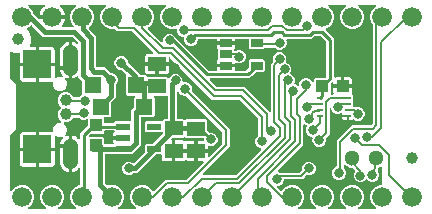
<source format=gbr>
G04 EAGLE Gerber RS-274X export*
G75*
%MOMM*%
%FSLAX34Y34*%
%LPD*%
%INBottom Copper*%
%IPPOS*%
%AMOC8*
5,1,8,0,0,1.08239X$1,22.5*%
G01*
%ADD10R,1.200000X0.550000*%
%ADD11R,2.413000X2.413000*%
%ADD12C,1.308000*%
%ADD13R,1.400000X1.400000*%
%ADD14R,0.500000X0.275000*%
%ADD15R,1.075000X1.000000*%
%ADD16R,1.500000X1.240000*%
%ADD17C,1.300000*%
%ADD18C,1.000000*%
%ADD19C,1.676400*%
%ADD20R,1.000000X1.075000*%
%ADD21R,0.990000X0.690000*%
%ADD22C,0.254000*%
%ADD23C,0.800100*%
%ADD24C,0.406400*%
%ADD25C,0.203200*%
%ADD26C,0.152400*%

G36*
X32344Y2556D02*
X32344Y2556D01*
X32441Y2566D01*
X32465Y2576D01*
X32491Y2580D01*
X32577Y2626D01*
X32666Y2666D01*
X32685Y2683D01*
X32708Y2696D01*
X32775Y2766D01*
X32847Y2832D01*
X32860Y2855D01*
X32878Y2874D01*
X32919Y2962D01*
X32966Y3048D01*
X32970Y3073D01*
X32981Y3097D01*
X32992Y3194D01*
X33009Y3290D01*
X33006Y3316D01*
X33009Y3341D01*
X32988Y3436D01*
X32974Y3533D01*
X32962Y3556D01*
X32956Y3582D01*
X32906Y3665D01*
X32862Y3752D01*
X32844Y3771D01*
X32830Y3793D01*
X32756Y3856D01*
X32687Y3924D01*
X32658Y3940D01*
X32643Y3953D01*
X32612Y3965D01*
X32540Y4005D01*
X32344Y4086D01*
X29486Y6944D01*
X27939Y10679D01*
X27939Y14721D01*
X29486Y18456D01*
X32344Y21314D01*
X36079Y22861D01*
X40121Y22861D01*
X43856Y21314D01*
X46714Y18456D01*
X48261Y14721D01*
X48261Y10679D01*
X46714Y6944D01*
X43856Y4086D01*
X43660Y4005D01*
X43578Y3954D01*
X43492Y3908D01*
X43474Y3889D01*
X43451Y3876D01*
X43389Y3801D01*
X43322Y3730D01*
X43311Y3706D01*
X43295Y3686D01*
X43260Y3595D01*
X43219Y3507D01*
X43216Y3481D01*
X43206Y3457D01*
X43202Y3359D01*
X43191Y3263D01*
X43197Y3237D01*
X43196Y3211D01*
X43223Y3117D01*
X43244Y3022D01*
X43257Y3000D01*
X43264Y2975D01*
X43320Y2895D01*
X43370Y2811D01*
X43390Y2794D01*
X43405Y2773D01*
X43483Y2715D01*
X43557Y2651D01*
X43581Y2641D01*
X43602Y2626D01*
X43695Y2596D01*
X43785Y2559D01*
X43817Y2556D01*
X43836Y2550D01*
X43869Y2550D01*
X43952Y2541D01*
X57648Y2541D01*
X57744Y2556D01*
X57841Y2566D01*
X57865Y2576D01*
X57891Y2580D01*
X57977Y2626D01*
X58066Y2666D01*
X58085Y2683D01*
X58108Y2696D01*
X58175Y2766D01*
X58247Y2832D01*
X58260Y2855D01*
X58278Y2874D01*
X58319Y2962D01*
X58366Y3048D01*
X58370Y3073D01*
X58381Y3097D01*
X58392Y3194D01*
X58409Y3290D01*
X58406Y3316D01*
X58409Y3341D01*
X58388Y3436D01*
X58374Y3533D01*
X58362Y3556D01*
X58356Y3582D01*
X58306Y3665D01*
X58262Y3752D01*
X58244Y3771D01*
X58230Y3793D01*
X58156Y3856D01*
X58087Y3924D01*
X58058Y3940D01*
X58043Y3953D01*
X58012Y3965D01*
X57940Y4005D01*
X57744Y4086D01*
X54886Y6944D01*
X53339Y10679D01*
X53339Y14721D01*
X54886Y18456D01*
X57744Y21314D01*
X60997Y22661D01*
X61097Y22723D01*
X61197Y22783D01*
X61201Y22788D01*
X61206Y22791D01*
X61281Y22881D01*
X61357Y22970D01*
X61359Y22976D01*
X61363Y22980D01*
X61405Y23089D01*
X61449Y23198D01*
X61450Y23205D01*
X61451Y23210D01*
X61452Y23228D01*
X61467Y23365D01*
X61467Y36157D01*
X61456Y36228D01*
X61454Y36300D01*
X61436Y36349D01*
X61428Y36400D01*
X61394Y36463D01*
X61369Y36531D01*
X61337Y36571D01*
X61312Y36618D01*
X61260Y36667D01*
X61216Y36723D01*
X61172Y36751D01*
X61134Y36787D01*
X61069Y36817D01*
X61009Y36856D01*
X60958Y36869D01*
X60911Y36891D01*
X60840Y36898D01*
X60770Y36916D01*
X60718Y36912D01*
X60667Y36918D01*
X60596Y36902D01*
X60525Y36897D01*
X60477Y36876D01*
X60426Y36865D01*
X60365Y36829D01*
X60299Y36800D01*
X60243Y36756D01*
X60215Y36739D01*
X60200Y36721D01*
X60168Y36696D01*
X59239Y35767D01*
X57751Y34773D01*
X56099Y34088D01*
X54973Y33864D01*
X54973Y55138D01*
X54970Y55158D01*
X54972Y55177D01*
X54950Y55279D01*
X54933Y55381D01*
X54924Y55398D01*
X54920Y55418D01*
X54867Y55507D01*
X54818Y55598D01*
X54804Y55612D01*
X54794Y55629D01*
X54715Y55696D01*
X54640Y55767D01*
X54622Y55776D01*
X54607Y55789D01*
X54511Y55827D01*
X54417Y55871D01*
X54397Y55873D01*
X54379Y55881D01*
X54212Y55899D01*
X53449Y55899D01*
X53449Y55901D01*
X54212Y55901D01*
X54232Y55904D01*
X54251Y55902D01*
X54353Y55924D01*
X54455Y55941D01*
X54472Y55950D01*
X54492Y55954D01*
X54581Y56007D01*
X54672Y56056D01*
X54686Y56070D01*
X54703Y56080D01*
X54770Y56159D01*
X54841Y56234D01*
X54850Y56252D01*
X54863Y56267D01*
X54902Y56363D01*
X54945Y56457D01*
X54947Y56477D01*
X54955Y56495D01*
X54973Y56662D01*
X54973Y64856D01*
X56099Y64632D01*
X57751Y63947D01*
X59239Y62953D01*
X60168Y62024D01*
X60226Y61982D01*
X60278Y61933D01*
X60325Y61911D01*
X60367Y61881D01*
X60436Y61860D01*
X60501Y61829D01*
X60553Y61824D01*
X60603Y61808D01*
X60674Y61810D01*
X60745Y61802D01*
X60796Y61813D01*
X60848Y61815D01*
X60916Y61839D01*
X60986Y61855D01*
X61031Y61881D01*
X61079Y61899D01*
X61135Y61944D01*
X61197Y61981D01*
X61231Y62020D01*
X61271Y62053D01*
X61310Y62113D01*
X61357Y62168D01*
X61376Y62216D01*
X61404Y62260D01*
X61422Y62329D01*
X61449Y62396D01*
X61457Y62467D01*
X61465Y62498D01*
X61463Y62522D01*
X61467Y62563D01*
X61467Y66138D01*
X63625Y68296D01*
X67928Y72599D01*
X67981Y72673D01*
X68041Y72742D01*
X68053Y72773D01*
X68072Y72799D01*
X68099Y72886D01*
X68133Y72971D01*
X68137Y73012D01*
X68144Y73034D01*
X68143Y73066D01*
X68151Y73137D01*
X68151Y77826D01*
X68144Y77871D01*
X68146Y77917D01*
X68124Y77992D01*
X68112Y78069D01*
X68090Y78109D01*
X68077Y78153D01*
X68033Y78217D01*
X67996Y78286D01*
X67963Y78318D01*
X67937Y78355D01*
X67875Y78402D01*
X67818Y78455D01*
X67776Y78475D01*
X67740Y78502D01*
X67666Y78526D01*
X67595Y78559D01*
X67549Y78564D01*
X67506Y78578D01*
X67428Y78578D01*
X67351Y78586D01*
X67306Y78576D01*
X67260Y78576D01*
X67128Y78538D01*
X67110Y78534D01*
X67106Y78531D01*
X67099Y78529D01*
X65920Y78041D01*
X63620Y78041D01*
X61496Y78921D01*
X61139Y79278D01*
X61065Y79331D01*
X60995Y79391D01*
X60965Y79403D01*
X60939Y79422D01*
X60852Y79449D01*
X60767Y79483D01*
X60726Y79487D01*
X60704Y79494D01*
X60672Y79493D01*
X60600Y79501D01*
X56113Y79501D01*
X55998Y79482D01*
X55882Y79465D01*
X55877Y79463D01*
X55870Y79462D01*
X55768Y79407D01*
X55663Y79354D01*
X55658Y79349D01*
X55653Y79346D01*
X55573Y79262D01*
X55491Y79178D01*
X55487Y79172D01*
X55484Y79168D01*
X55476Y79151D01*
X55410Y79031D01*
X55277Y78710D01*
X53370Y76803D01*
X50878Y75771D01*
X48459Y75771D01*
X48389Y75760D01*
X48317Y75758D01*
X48268Y75740D01*
X48217Y75732D01*
X48153Y75698D01*
X48086Y75673D01*
X48045Y75641D01*
X47999Y75616D01*
X47950Y75564D01*
X47894Y75520D01*
X47866Y75476D01*
X47830Y75438D01*
X47800Y75373D01*
X47761Y75313D01*
X47748Y75262D01*
X47726Y75215D01*
X47718Y75144D01*
X47701Y75074D01*
X47705Y75022D01*
X47699Y74971D01*
X47714Y74900D01*
X47720Y74829D01*
X47740Y74781D01*
X47751Y74730D01*
X47788Y74669D01*
X47816Y74603D01*
X47861Y74547D01*
X47878Y74519D01*
X47895Y74504D01*
X47921Y74472D01*
X49571Y72822D01*
X50491Y70602D01*
X50491Y68198D01*
X49571Y65978D01*
X49109Y65516D01*
X49052Y65437D01*
X48990Y65362D01*
X48981Y65337D01*
X48965Y65316D01*
X48937Y65223D01*
X48902Y65132D01*
X48901Y65106D01*
X48893Y65081D01*
X48895Y64984D01*
X48891Y64887D01*
X48899Y64861D01*
X48899Y64835D01*
X48933Y64744D01*
X48960Y64650D01*
X48975Y64629D01*
X48984Y64604D01*
X49045Y64528D01*
X49100Y64448D01*
X49121Y64433D01*
X49137Y64412D01*
X49219Y64360D01*
X49297Y64301D01*
X49322Y64293D01*
X49344Y64279D01*
X49439Y64256D01*
X49531Y64225D01*
X49558Y64226D01*
X49583Y64219D01*
X49680Y64227D01*
X49777Y64228D01*
X49809Y64237D01*
X49828Y64238D01*
X49859Y64251D01*
X49938Y64274D01*
X50801Y64632D01*
X51927Y64856D01*
X51927Y57423D01*
X44494Y57423D01*
X44718Y58549D01*
X45403Y60201D01*
X46397Y61689D01*
X47069Y62361D01*
X47126Y62440D01*
X47188Y62515D01*
X47197Y62540D01*
X47213Y62561D01*
X47241Y62654D01*
X47276Y62745D01*
X47277Y62771D01*
X47285Y62796D01*
X47283Y62893D01*
X47287Y62991D01*
X47279Y63016D01*
X47279Y63042D01*
X47245Y63133D01*
X47218Y63227D01*
X47203Y63248D01*
X47194Y63273D01*
X47133Y63349D01*
X47078Y63429D01*
X47057Y63445D01*
X47041Y63465D01*
X46959Y63518D01*
X46881Y63576D01*
X46856Y63584D01*
X46834Y63598D01*
X46739Y63622D01*
X46647Y63652D01*
X46620Y63652D01*
X46595Y63658D01*
X46498Y63650D01*
X46401Y63650D01*
X46369Y63640D01*
X46350Y63639D01*
X46319Y63626D01*
X46240Y63603D01*
X45652Y63359D01*
X43248Y63359D01*
X41108Y64246D01*
X41064Y64256D01*
X41022Y64276D01*
X40945Y64284D01*
X40869Y64302D01*
X40823Y64298D01*
X40778Y64303D01*
X40701Y64286D01*
X40624Y64279D01*
X40582Y64260D01*
X40537Y64250D01*
X40470Y64210D01*
X40399Y64179D01*
X40365Y64148D01*
X40326Y64124D01*
X40275Y64065D01*
X40218Y64012D01*
X40196Y63972D01*
X40166Y63937D01*
X40137Y63865D01*
X40100Y63797D01*
X40091Y63752D01*
X40074Y63709D01*
X40059Y63573D01*
X40056Y63555D01*
X40057Y63550D01*
X40056Y63542D01*
X40056Y54423D01*
X26973Y54423D01*
X26973Y67506D01*
X37648Y67506D01*
X37668Y67509D01*
X37687Y67507D01*
X37789Y67529D01*
X37891Y67545D01*
X37908Y67555D01*
X37928Y67559D01*
X38017Y67612D01*
X38108Y67661D01*
X38122Y67675D01*
X38139Y67685D01*
X38206Y67764D01*
X38278Y67839D01*
X38286Y67857D01*
X38299Y67872D01*
X38338Y67968D01*
X38381Y68062D01*
X38383Y68082D01*
X38391Y68100D01*
X38409Y68267D01*
X38409Y70602D01*
X39329Y72822D01*
X41028Y74521D01*
X43248Y75441D01*
X45215Y75441D01*
X45286Y75452D01*
X45357Y75454D01*
X45406Y75472D01*
X45458Y75480D01*
X45521Y75514D01*
X45588Y75539D01*
X45629Y75571D01*
X45675Y75596D01*
X45724Y75648D01*
X45780Y75692D01*
X45809Y75736D01*
X45844Y75774D01*
X45875Y75839D01*
X45913Y75899D01*
X45926Y75950D01*
X45948Y75997D01*
X45956Y76068D01*
X45973Y76138D01*
X45969Y76190D01*
X45975Y76241D01*
X45960Y76312D01*
X45954Y76383D01*
X45934Y76431D01*
X45923Y76482D01*
X45886Y76543D01*
X45858Y76609D01*
X45813Y76665D01*
X45797Y76693D01*
X45779Y76708D01*
X45753Y76740D01*
X43783Y78710D01*
X42751Y81202D01*
X42751Y83898D01*
X43783Y86390D01*
X45438Y88044D01*
X45449Y88060D01*
X45465Y88073D01*
X45495Y88120D01*
X45508Y88134D01*
X45519Y88158D01*
X45521Y88160D01*
X45581Y88244D01*
X45587Y88263D01*
X45598Y88280D01*
X45623Y88380D01*
X45654Y88479D01*
X45653Y88499D01*
X45658Y88518D01*
X45650Y88621D01*
X45647Y88725D01*
X45640Y88744D01*
X45639Y88763D01*
X45598Y88858D01*
X45563Y88956D01*
X45550Y88972D01*
X45542Y88990D01*
X45438Y89121D01*
X43783Y90775D01*
X42751Y93267D01*
X42751Y95963D01*
X43783Y98455D01*
X45690Y100362D01*
X48182Y101394D01*
X50878Y101394D01*
X53370Y100362D01*
X55277Y98455D01*
X55673Y97499D01*
X55735Y97399D01*
X55794Y97299D01*
X55799Y97295D01*
X55802Y97290D01*
X55893Y97215D01*
X55981Y97139D01*
X55987Y97137D01*
X55992Y97133D01*
X56100Y97091D01*
X56209Y97047D01*
X56217Y97046D01*
X56221Y97045D01*
X56240Y97044D01*
X56376Y97029D01*
X60600Y97029D01*
X60690Y97043D01*
X60781Y97051D01*
X60811Y97063D01*
X60843Y97068D01*
X60924Y97111D01*
X61008Y97147D01*
X61040Y97173D01*
X61060Y97184D01*
X61083Y97207D01*
X61139Y97252D01*
X62766Y98879D01*
X63056Y99000D01*
X63156Y99061D01*
X63256Y99121D01*
X63260Y99126D01*
X63265Y99129D01*
X63339Y99219D01*
X63416Y99308D01*
X63418Y99314D01*
X63422Y99319D01*
X63464Y99427D01*
X63508Y99536D01*
X63509Y99544D01*
X63510Y99548D01*
X63511Y99567D01*
X63526Y99703D01*
X63526Y110030D01*
X63512Y110120D01*
X63504Y110211D01*
X63492Y110241D01*
X63487Y110273D01*
X63444Y110353D01*
X63408Y110437D01*
X63382Y110470D01*
X63371Y110490D01*
X63348Y110512D01*
X63303Y110568D01*
X59985Y113886D01*
X59985Y113921D01*
X59966Y114039D01*
X59947Y114158D01*
X59946Y114161D01*
X59946Y114164D01*
X59890Y114269D01*
X59834Y114376D01*
X59832Y114379D01*
X59830Y114381D01*
X59745Y114463D01*
X59657Y114547D01*
X59654Y114549D01*
X59652Y114551D01*
X59543Y114601D01*
X59435Y114653D01*
X59432Y114653D01*
X59429Y114654D01*
X59311Y114667D01*
X59191Y114682D01*
X59188Y114681D01*
X59185Y114681D01*
X59068Y114656D01*
X58950Y114631D01*
X58947Y114630D01*
X58944Y114629D01*
X58935Y114624D01*
X58801Y114554D01*
X57751Y113853D01*
X56099Y113168D01*
X54973Y112944D01*
X54973Y121138D01*
X54970Y121158D01*
X54972Y121177D01*
X54950Y121279D01*
X54933Y121381D01*
X54924Y121398D01*
X54920Y121418D01*
X54867Y121507D01*
X54818Y121598D01*
X54804Y121612D01*
X54794Y121629D01*
X54715Y121696D01*
X54640Y121767D01*
X54622Y121776D01*
X54607Y121789D01*
X54511Y121827D01*
X54417Y121871D01*
X54397Y121873D01*
X54379Y121881D01*
X54212Y121899D01*
X53449Y121899D01*
X53449Y121901D01*
X54212Y121901D01*
X54232Y121904D01*
X54251Y121902D01*
X54353Y121924D01*
X54455Y121941D01*
X54472Y121950D01*
X54492Y121954D01*
X54581Y122007D01*
X54672Y122056D01*
X54686Y122070D01*
X54703Y122080D01*
X54770Y122159D01*
X54841Y122234D01*
X54850Y122252D01*
X54863Y122267D01*
X54902Y122363D01*
X54945Y122457D01*
X54947Y122477D01*
X54955Y122495D01*
X54973Y122662D01*
X54973Y143936D01*
X56099Y143712D01*
X57751Y143027D01*
X58522Y142513D01*
X58566Y142492D01*
X58606Y142464D01*
X58678Y142442D01*
X58746Y142411D01*
X58794Y142406D01*
X58841Y142391D01*
X58916Y142393D01*
X58990Y142386D01*
X59038Y142396D01*
X59087Y142398D01*
X59157Y142423D01*
X59230Y142440D01*
X59272Y142465D01*
X59318Y142482D01*
X59376Y142529D01*
X59440Y142568D01*
X59472Y142605D01*
X59510Y142636D01*
X59550Y142699D01*
X59599Y142756D01*
X59617Y142802D01*
X59643Y142843D01*
X59661Y142915D01*
X59689Y142985D01*
X59691Y143034D01*
X59703Y143081D01*
X59697Y143156D01*
X59701Y143230D01*
X59688Y143278D01*
X59684Y143326D01*
X59655Y143395D01*
X59634Y143467D01*
X59607Y143508D01*
X59588Y143553D01*
X59509Y143651D01*
X59496Y143670D01*
X59489Y143676D01*
X59483Y143684D01*
X55054Y148112D01*
X54980Y148165D01*
X54911Y148225D01*
X54881Y148237D01*
X54855Y148256D01*
X54767Y148283D01*
X54683Y148317D01*
X54642Y148321D01*
X54619Y148328D01*
X54587Y148327D01*
X54516Y148335D01*
X30066Y148335D01*
X20724Y157678D01*
X20708Y157689D01*
X20695Y157705D01*
X20608Y157761D01*
X20524Y157821D01*
X20505Y157827D01*
X20488Y157838D01*
X20388Y157863D01*
X20289Y157894D01*
X20269Y157893D01*
X20250Y157898D01*
X20147Y157890D01*
X20043Y157887D01*
X20024Y157880D01*
X20005Y157879D01*
X19910Y157839D01*
X19812Y157803D01*
X19796Y157790D01*
X19778Y157783D01*
X19647Y157678D01*
X18456Y156486D01*
X16889Y155837D01*
X16850Y155813D01*
X16807Y155798D01*
X16747Y155749D01*
X16680Y155708D01*
X16651Y155672D01*
X16615Y155644D01*
X16573Y155578D01*
X16524Y155518D01*
X16507Y155476D01*
X16482Y155437D01*
X16463Y155361D01*
X16435Y155289D01*
X16433Y155243D01*
X16422Y155198D01*
X16428Y155121D01*
X16425Y155043D01*
X16438Y154999D01*
X16441Y154953D01*
X16472Y154882D01*
X16494Y154807D01*
X16520Y154769D01*
X16538Y154727D01*
X16623Y154620D01*
X16634Y154605D01*
X16638Y154602D01*
X16643Y154596D01*
X18660Y152578D01*
X20415Y148342D01*
X20415Y143758D01*
X19090Y140558D01*
X19079Y140514D01*
X19060Y140472D01*
X19051Y140395D01*
X19033Y140319D01*
X19038Y140273D01*
X19033Y140228D01*
X19049Y140151D01*
X19056Y140074D01*
X19075Y140032D01*
X19085Y139987D01*
X19125Y139920D01*
X19156Y139849D01*
X19188Y139815D01*
X19211Y139776D01*
X19270Y139725D01*
X19323Y139668D01*
X19363Y139646D01*
X19398Y139616D01*
X19470Y139587D01*
X19538Y139550D01*
X19584Y139541D01*
X19626Y139524D01*
X19762Y139509D01*
X19780Y139506D01*
X19785Y139507D01*
X19793Y139506D01*
X23927Y139506D01*
X23927Y126423D01*
X10844Y126423D01*
X10844Y133764D01*
X10841Y133784D01*
X10843Y133803D01*
X10821Y133905D01*
X10805Y134007D01*
X10795Y134024D01*
X10791Y134044D01*
X10738Y134133D01*
X10689Y134224D01*
X10675Y134238D01*
X10665Y134255D01*
X10586Y134322D01*
X10511Y134394D01*
X10493Y134402D01*
X10478Y134415D01*
X10382Y134454D01*
X10288Y134497D01*
X10268Y134499D01*
X10250Y134507D01*
X10083Y134525D01*
X6598Y134525D01*
X3593Y135770D01*
X3549Y135780D01*
X3507Y135800D01*
X3430Y135808D01*
X3354Y135826D01*
X3308Y135822D01*
X3263Y135827D01*
X3186Y135810D01*
X3109Y135803D01*
X3067Y135784D01*
X3022Y135774D01*
X2955Y135734D01*
X2884Y135703D01*
X2850Y135672D01*
X2811Y135648D01*
X2760Y135589D01*
X2703Y135536D01*
X2681Y135496D01*
X2651Y135461D01*
X2622Y135389D01*
X2585Y135321D01*
X2576Y135276D01*
X2559Y135233D01*
X2544Y135097D01*
X2541Y135079D01*
X2542Y135074D01*
X2541Y135066D01*
X2541Y113128D01*
X2555Y113038D01*
X2563Y112947D01*
X2575Y112917D01*
X2580Y112885D01*
X2623Y112804D01*
X2659Y112720D01*
X2685Y112688D01*
X2696Y112668D01*
X2719Y112645D01*
X2764Y112589D01*
X7621Y107732D01*
X7621Y70068D01*
X2764Y65211D01*
X2711Y65137D01*
X2651Y65067D01*
X2639Y65037D01*
X2620Y65011D01*
X2593Y64924D01*
X2559Y64839D01*
X2555Y64798D01*
X2548Y64776D01*
X2549Y64744D01*
X2541Y64672D01*
X2541Y18552D01*
X2556Y18456D01*
X2566Y18359D01*
X2576Y18335D01*
X2580Y18309D01*
X2626Y18223D01*
X2666Y18134D01*
X2683Y18115D01*
X2696Y18092D01*
X2766Y18025D01*
X2832Y17953D01*
X2855Y17940D01*
X2874Y17922D01*
X2962Y17881D01*
X3048Y17834D01*
X3073Y17830D01*
X3097Y17819D01*
X3194Y17808D01*
X3290Y17791D01*
X3316Y17794D01*
X3341Y17791D01*
X3436Y17812D01*
X3533Y17826D01*
X3556Y17838D01*
X3582Y17844D01*
X3665Y17894D01*
X3752Y17938D01*
X3771Y17956D01*
X3793Y17970D01*
X3856Y18044D01*
X3924Y18113D01*
X3940Y18142D01*
X3953Y18157D01*
X3965Y18188D01*
X4005Y18260D01*
X4086Y18456D01*
X6944Y21314D01*
X10679Y22861D01*
X14721Y22861D01*
X18456Y21314D01*
X21314Y18456D01*
X22861Y14721D01*
X22861Y10679D01*
X21314Y6944D01*
X18456Y4086D01*
X18260Y4005D01*
X18178Y3954D01*
X18092Y3908D01*
X18074Y3889D01*
X18051Y3876D01*
X17989Y3801D01*
X17922Y3730D01*
X17911Y3706D01*
X17895Y3686D01*
X17860Y3595D01*
X17819Y3507D01*
X17816Y3481D01*
X17806Y3457D01*
X17802Y3359D01*
X17791Y3263D01*
X17797Y3237D01*
X17796Y3211D01*
X17823Y3117D01*
X17844Y3022D01*
X17857Y3000D01*
X17864Y2975D01*
X17920Y2895D01*
X17970Y2811D01*
X17990Y2794D01*
X18005Y2773D01*
X18083Y2715D01*
X18157Y2651D01*
X18181Y2641D01*
X18202Y2626D01*
X18295Y2596D01*
X18385Y2559D01*
X18417Y2556D01*
X18436Y2550D01*
X18469Y2550D01*
X18552Y2541D01*
X32248Y2541D01*
X32344Y2556D01*
G37*
G36*
X260944Y2556D02*
X260944Y2556D01*
X261041Y2566D01*
X261065Y2576D01*
X261091Y2580D01*
X261177Y2626D01*
X261266Y2666D01*
X261285Y2683D01*
X261308Y2696D01*
X261375Y2766D01*
X261447Y2832D01*
X261460Y2855D01*
X261478Y2874D01*
X261519Y2962D01*
X261566Y3048D01*
X261570Y3073D01*
X261581Y3097D01*
X261592Y3194D01*
X261610Y3290D01*
X261606Y3316D01*
X261609Y3341D01*
X261588Y3437D01*
X261574Y3533D01*
X261562Y3556D01*
X261556Y3582D01*
X261506Y3665D01*
X261462Y3752D01*
X261444Y3771D01*
X261430Y3793D01*
X261356Y3856D01*
X261287Y3924D01*
X261258Y3940D01*
X261243Y3953D01*
X261213Y3965D01*
X261140Y4005D01*
X260944Y4086D01*
X258086Y6944D01*
X256539Y10679D01*
X256539Y14721D01*
X258086Y18456D01*
X260944Y21314D01*
X264679Y22861D01*
X268721Y22861D01*
X272456Y21314D01*
X275314Y18456D01*
X276861Y14721D01*
X276861Y10679D01*
X275314Y6944D01*
X272456Y4086D01*
X272260Y4005D01*
X272178Y3954D01*
X272092Y3908D01*
X272074Y3889D01*
X272051Y3876D01*
X271989Y3801D01*
X271922Y3730D01*
X271911Y3706D01*
X271894Y3686D01*
X271860Y3595D01*
X271819Y3507D01*
X271816Y3481D01*
X271806Y3457D01*
X271802Y3359D01*
X271791Y3263D01*
X271797Y3237D01*
X271796Y3211D01*
X271823Y3117D01*
X271844Y3022D01*
X271857Y3000D01*
X271864Y2975D01*
X271920Y2895D01*
X271970Y2811D01*
X271990Y2794D01*
X272005Y2773D01*
X272083Y2714D01*
X272157Y2651D01*
X272181Y2641D01*
X272202Y2626D01*
X272294Y2596D01*
X272385Y2559D01*
X272417Y2556D01*
X272436Y2550D01*
X272469Y2550D01*
X272552Y2541D01*
X286248Y2541D01*
X286344Y2556D01*
X286441Y2566D01*
X286465Y2576D01*
X286491Y2580D01*
X286577Y2626D01*
X286666Y2666D01*
X286685Y2683D01*
X286708Y2696D01*
X286775Y2766D01*
X286847Y2832D01*
X286860Y2855D01*
X286878Y2874D01*
X286919Y2962D01*
X286966Y3048D01*
X286970Y3073D01*
X286981Y3097D01*
X286992Y3194D01*
X287010Y3290D01*
X287006Y3316D01*
X287009Y3341D01*
X286988Y3437D01*
X286974Y3533D01*
X286962Y3556D01*
X286956Y3582D01*
X286906Y3665D01*
X286862Y3752D01*
X286844Y3771D01*
X286830Y3793D01*
X286756Y3856D01*
X286687Y3924D01*
X286658Y3940D01*
X286643Y3953D01*
X286613Y3965D01*
X286540Y4005D01*
X286344Y4086D01*
X283486Y6944D01*
X281939Y10679D01*
X281939Y14721D01*
X283486Y18456D01*
X286344Y21314D01*
X290079Y22861D01*
X294121Y22861D01*
X297856Y21314D01*
X300714Y18456D01*
X302261Y14721D01*
X302261Y10679D01*
X300714Y6944D01*
X297856Y4086D01*
X297660Y4005D01*
X297578Y3954D01*
X297492Y3908D01*
X297474Y3889D01*
X297451Y3876D01*
X297389Y3801D01*
X297322Y3730D01*
X297311Y3706D01*
X297294Y3686D01*
X297260Y3595D01*
X297219Y3507D01*
X297216Y3481D01*
X297206Y3457D01*
X297202Y3359D01*
X297191Y3263D01*
X297197Y3237D01*
X297196Y3211D01*
X297223Y3117D01*
X297244Y3022D01*
X297257Y3000D01*
X297264Y2975D01*
X297320Y2895D01*
X297370Y2811D01*
X297390Y2794D01*
X297405Y2773D01*
X297483Y2714D01*
X297557Y2651D01*
X297581Y2641D01*
X297602Y2626D01*
X297694Y2596D01*
X297785Y2559D01*
X297817Y2556D01*
X297836Y2550D01*
X297869Y2550D01*
X297952Y2541D01*
X311648Y2541D01*
X311744Y2556D01*
X311841Y2566D01*
X311865Y2576D01*
X311891Y2580D01*
X311977Y2626D01*
X312066Y2666D01*
X312085Y2683D01*
X312108Y2696D01*
X312175Y2766D01*
X312247Y2832D01*
X312260Y2855D01*
X312278Y2874D01*
X312319Y2962D01*
X312366Y3048D01*
X312370Y3073D01*
X312381Y3097D01*
X312392Y3194D01*
X312410Y3290D01*
X312406Y3316D01*
X312409Y3341D01*
X312388Y3437D01*
X312374Y3533D01*
X312362Y3556D01*
X312356Y3582D01*
X312306Y3665D01*
X312262Y3752D01*
X312244Y3771D01*
X312230Y3793D01*
X312156Y3856D01*
X312087Y3924D01*
X312058Y3940D01*
X312043Y3953D01*
X312013Y3965D01*
X311940Y4005D01*
X311744Y4086D01*
X308886Y6944D01*
X307339Y10679D01*
X307339Y14721D01*
X308886Y18456D01*
X311744Y21314D01*
X315479Y22861D01*
X316230Y22861D01*
X316250Y22864D01*
X316269Y22862D01*
X316371Y22884D01*
X316473Y22900D01*
X316490Y22910D01*
X316510Y22914D01*
X316599Y22967D01*
X316690Y23016D01*
X316704Y23030D01*
X316721Y23040D01*
X316788Y23119D01*
X316860Y23194D01*
X316868Y23212D01*
X316881Y23227D01*
X316920Y23323D01*
X316963Y23417D01*
X316965Y23437D01*
X316973Y23455D01*
X316991Y23622D01*
X316991Y37513D01*
X316984Y37559D01*
X316986Y37605D01*
X316964Y37679D01*
X316952Y37756D01*
X316930Y37797D01*
X316917Y37841D01*
X316873Y37905D01*
X316836Y37973D01*
X316803Y38005D01*
X316777Y38043D01*
X316714Y38089D01*
X316658Y38143D01*
X316616Y38162D01*
X316580Y38190D01*
X316506Y38214D01*
X316435Y38246D01*
X316389Y38252D01*
X316346Y38266D01*
X316268Y38265D01*
X316191Y38274D01*
X316146Y38264D01*
X316100Y38263D01*
X315968Y38225D01*
X315950Y38221D01*
X315946Y38219D01*
X315939Y38217D01*
X314510Y37625D01*
X314455Y37590D01*
X314394Y37565D01*
X314351Y37526D01*
X314301Y37495D01*
X314260Y37445D01*
X314211Y37401D01*
X314182Y37351D01*
X314145Y37306D01*
X314121Y37245D01*
X314089Y37188D01*
X314068Y37107D01*
X314056Y37076D01*
X314056Y37057D01*
X314048Y37025D01*
X313792Y35167D01*
X313793Y35146D01*
X313788Y35127D01*
X313796Y35024D01*
X313799Y34921D01*
X313806Y34902D01*
X313807Y34882D01*
X313848Y34786D01*
X313883Y34690D01*
X313896Y34674D01*
X313904Y34656D01*
X314008Y34525D01*
X314017Y34516D01*
X314897Y32392D01*
X314897Y30092D01*
X314017Y27968D01*
X312392Y26343D01*
X310268Y25463D01*
X307968Y25463D01*
X305844Y26343D01*
X304847Y27340D01*
X304831Y27352D01*
X304818Y27367D01*
X304731Y27423D01*
X304647Y27483D01*
X304628Y27489D01*
X304611Y27500D01*
X304511Y27525D01*
X304412Y27556D01*
X304392Y27555D01*
X304373Y27560D01*
X304270Y27552D01*
X304166Y27549D01*
X304148Y27543D01*
X304128Y27541D01*
X304033Y27501D01*
X303935Y27465D01*
X303920Y27452D01*
X303901Y27445D01*
X303770Y27340D01*
X302265Y25835D01*
X300141Y24955D01*
X297842Y24955D01*
X295718Y25835D01*
X294092Y27460D01*
X293212Y29584D01*
X293212Y31884D01*
X294092Y34008D01*
X294243Y34158D01*
X294254Y34175D01*
X294270Y34187D01*
X294326Y34274D01*
X294386Y34358D01*
X294392Y34377D01*
X294403Y34394D01*
X294428Y34495D01*
X294459Y34593D01*
X294458Y34613D01*
X294463Y34633D01*
X294455Y34736D01*
X294452Y34839D01*
X294446Y34858D01*
X294444Y34878D01*
X294404Y34973D01*
X294368Y35070D01*
X294355Y35086D01*
X294348Y35104D01*
X294243Y35235D01*
X292260Y37218D01*
X292186Y37271D01*
X292116Y37331D01*
X292086Y37343D01*
X292060Y37362D01*
X291973Y37389D01*
X291888Y37423D01*
X291847Y37427D01*
X291825Y37434D01*
X291793Y37433D01*
X291721Y37441D01*
X290453Y37441D01*
X287410Y38702D01*
X286352Y39760D01*
X286294Y39802D01*
X286242Y39852D01*
X286194Y39874D01*
X286152Y39904D01*
X286084Y39925D01*
X286018Y39955D01*
X285967Y39961D01*
X285917Y39976D01*
X285845Y39974D01*
X285774Y39982D01*
X285723Y39971D01*
X285671Y39970D01*
X285604Y39945D01*
X285534Y39930D01*
X285489Y39903D01*
X285440Y39885D01*
X285384Y39841D01*
X285323Y39804D01*
X285289Y39764D01*
X285248Y39732D01*
X285209Y39671D01*
X285163Y39617D01*
X285143Y39569D01*
X285115Y39525D01*
X285098Y39455D01*
X285071Y39389D01*
X285063Y39318D01*
X285055Y39286D01*
X285057Y39263D01*
X285052Y39222D01*
X285052Y37180D01*
X285067Y37090D01*
X285074Y36999D01*
X285087Y36969D01*
X285092Y36937D01*
X285135Y36856D01*
X285170Y36772D01*
X285196Y36740D01*
X285207Y36720D01*
X285230Y36697D01*
X285275Y36641D01*
X285623Y36294D01*
X286503Y34170D01*
X286503Y31870D01*
X285623Y29746D01*
X283997Y28121D01*
X281873Y27241D01*
X279574Y27241D01*
X277450Y28121D01*
X275824Y29746D01*
X274944Y31870D01*
X274944Y34170D01*
X275824Y36294D01*
X277450Y37919D01*
X278485Y38348D01*
X278584Y38410D01*
X278684Y38470D01*
X278689Y38474D01*
X278694Y38478D01*
X278768Y38568D01*
X278844Y38657D01*
X278847Y38662D01*
X278851Y38667D01*
X278892Y38776D01*
X278936Y38885D01*
X278937Y38892D01*
X278939Y38897D01*
X278940Y38915D01*
X278955Y39051D01*
X278955Y60824D01*
X291728Y73597D01*
X307730Y73597D01*
X307820Y73612D01*
X307911Y73619D01*
X307941Y73632D01*
X307973Y73637D01*
X308054Y73680D01*
X308138Y73715D01*
X308170Y73741D01*
X308190Y73752D01*
X308213Y73775D01*
X308269Y73820D01*
X309148Y74700D01*
X309201Y74774D01*
X309261Y74843D01*
X309273Y74873D01*
X309292Y74900D01*
X309319Y74987D01*
X309353Y75071D01*
X309357Y75112D01*
X309364Y75135D01*
X309363Y75167D01*
X309371Y75238D01*
X309371Y158544D01*
X309357Y158634D01*
X309349Y158725D01*
X309337Y158755D01*
X309332Y158787D01*
X309289Y158867D01*
X309253Y158951D01*
X309227Y158983D01*
X309216Y159004D01*
X309193Y159026D01*
X309148Y159082D01*
X308886Y159344D01*
X307339Y163079D01*
X307339Y167121D01*
X308886Y170856D01*
X311744Y173714D01*
X311940Y173795D01*
X312022Y173846D01*
X312108Y173892D01*
X312126Y173911D01*
X312149Y173924D01*
X312211Y173999D01*
X312278Y174070D01*
X312289Y174094D01*
X312306Y174114D01*
X312340Y174205D01*
X312381Y174293D01*
X312384Y174319D01*
X312394Y174343D01*
X312398Y174441D01*
X312409Y174537D01*
X312403Y174563D01*
X312404Y174589D01*
X312377Y174683D01*
X312356Y174778D01*
X312343Y174800D01*
X312336Y174825D01*
X312280Y174905D01*
X312230Y174989D01*
X312210Y175006D01*
X312195Y175027D01*
X312117Y175086D01*
X312043Y175149D01*
X312019Y175159D01*
X311998Y175174D01*
X311906Y175204D01*
X311815Y175241D01*
X311783Y175244D01*
X311764Y175250D01*
X311731Y175250D01*
X311648Y175259D01*
X297952Y175259D01*
X297856Y175244D01*
X297759Y175234D01*
X297735Y175224D01*
X297709Y175220D01*
X297623Y175174D01*
X297534Y175134D01*
X297515Y175117D01*
X297492Y175104D01*
X297425Y175034D01*
X297353Y174968D01*
X297340Y174945D01*
X297322Y174926D01*
X297281Y174838D01*
X297234Y174752D01*
X297230Y174727D01*
X297219Y174703D01*
X297208Y174606D01*
X297190Y174510D01*
X297194Y174484D01*
X297191Y174459D01*
X297212Y174363D01*
X297226Y174267D01*
X297238Y174244D01*
X297244Y174218D01*
X297294Y174135D01*
X297338Y174048D01*
X297356Y174029D01*
X297370Y174007D01*
X297444Y173944D01*
X297513Y173876D01*
X297542Y173860D01*
X297557Y173847D01*
X297587Y173835D01*
X297660Y173795D01*
X297856Y173714D01*
X300714Y170856D01*
X302261Y167121D01*
X302261Y163079D01*
X300714Y159344D01*
X297856Y156486D01*
X294121Y154939D01*
X290079Y154939D01*
X286344Y156486D01*
X283486Y159344D01*
X281939Y163079D01*
X281939Y167121D01*
X283486Y170856D01*
X286344Y173714D01*
X286540Y173795D01*
X286622Y173846D01*
X286708Y173892D01*
X286726Y173911D01*
X286749Y173924D01*
X286811Y173999D01*
X286878Y174070D01*
X286889Y174094D01*
X286906Y174114D01*
X286940Y174205D01*
X286981Y174293D01*
X286984Y174319D01*
X286994Y174343D01*
X286998Y174441D01*
X287009Y174537D01*
X287003Y174563D01*
X287004Y174589D01*
X286977Y174683D01*
X286956Y174778D01*
X286943Y174800D01*
X286936Y174825D01*
X286880Y174905D01*
X286830Y174989D01*
X286810Y175006D01*
X286795Y175027D01*
X286717Y175086D01*
X286643Y175149D01*
X286619Y175159D01*
X286598Y175174D01*
X286506Y175204D01*
X286415Y175241D01*
X286383Y175244D01*
X286364Y175250D01*
X286331Y175250D01*
X286248Y175259D01*
X272552Y175259D01*
X272456Y175244D01*
X272359Y175234D01*
X272335Y175224D01*
X272309Y175220D01*
X272223Y175174D01*
X272134Y175134D01*
X272115Y175117D01*
X272092Y175104D01*
X272025Y175034D01*
X271953Y174968D01*
X271940Y174945D01*
X271922Y174926D01*
X271881Y174838D01*
X271834Y174752D01*
X271830Y174727D01*
X271819Y174703D01*
X271808Y174606D01*
X271790Y174510D01*
X271794Y174484D01*
X271791Y174459D01*
X271812Y174363D01*
X271826Y174267D01*
X271838Y174244D01*
X271844Y174218D01*
X271894Y174135D01*
X271938Y174048D01*
X271956Y174029D01*
X271970Y174007D01*
X272044Y173944D01*
X272113Y173876D01*
X272142Y173860D01*
X272157Y173847D01*
X272187Y173835D01*
X272260Y173795D01*
X272456Y173714D01*
X275314Y170856D01*
X276861Y167121D01*
X276861Y163079D01*
X275314Y159344D01*
X272456Y156486D01*
X269852Y155408D01*
X269813Y155383D01*
X269770Y155368D01*
X269709Y155319D01*
X269643Y155278D01*
X269613Y155243D01*
X269578Y155214D01*
X269536Y155149D01*
X269486Y155089D01*
X269469Y155046D01*
X269445Y155007D01*
X269426Y154931D01*
X269398Y154859D01*
X269396Y154813D01*
X269384Y154769D01*
X269391Y154691D01*
X269387Y154613D01*
X269400Y154569D01*
X269404Y154523D01*
X269434Y154452D01*
X269456Y154377D01*
X269482Y154339D01*
X269500Y154297D01*
X269585Y154190D01*
X269596Y154175D01*
X269600Y154172D01*
X269605Y154166D01*
X276489Y147282D01*
X276489Y114520D01*
X276508Y114403D01*
X276526Y114285D01*
X276528Y114281D01*
X276528Y114277D01*
X276584Y114173D01*
X276639Y114066D01*
X276642Y114063D01*
X276644Y114060D01*
X276729Y113979D01*
X276815Y113895D01*
X276819Y113893D01*
X276822Y113890D01*
X276929Y113841D01*
X277037Y113789D01*
X277041Y113789D01*
X277045Y113787D01*
X277163Y113774D01*
X277281Y113759D01*
X277286Y113760D01*
X277289Y113760D01*
X277303Y113763D01*
X277447Y113785D01*
X278127Y113967D01*
X282313Y113967D01*
X282313Y107949D01*
X275920Y107949D01*
X275920Y109002D01*
X275909Y109072D01*
X275907Y109144D01*
X275889Y109193D01*
X275881Y109244D01*
X275847Y109308D01*
X275822Y109375D01*
X275790Y109416D01*
X275765Y109462D01*
X275714Y109511D01*
X275669Y109567D01*
X275625Y109595D01*
X275587Y109631D01*
X275522Y109661D01*
X275462Y109700D01*
X275411Y109713D01*
X275364Y109735D01*
X275293Y109743D01*
X275223Y109760D01*
X275171Y109756D01*
X275120Y109762D01*
X275049Y109747D01*
X274978Y109741D01*
X274930Y109721D01*
X274879Y109710D01*
X274818Y109673D01*
X274752Y109645D01*
X274696Y109600D01*
X274668Y109583D01*
X274653Y109566D01*
X274621Y109540D01*
X274213Y109132D01*
X274159Y109058D01*
X274100Y108989D01*
X274088Y108958D01*
X274069Y108932D01*
X274042Y108845D01*
X274008Y108760D01*
X274004Y108719D01*
X273997Y108697D01*
X273998Y108665D01*
X273990Y108594D01*
X273990Y100689D01*
X273795Y100494D01*
X273753Y100436D01*
X273704Y100384D01*
X273682Y100337D01*
X273651Y100295D01*
X273630Y100226D01*
X273600Y100161D01*
X273594Y100109D01*
X273579Y100059D01*
X273581Y99988D01*
X273573Y99917D01*
X273584Y99866D01*
X273585Y99814D01*
X273610Y99746D01*
X273625Y99676D01*
X273652Y99631D01*
X273670Y99583D01*
X273714Y99527D01*
X273751Y99465D01*
X273791Y99431D01*
X273823Y99391D01*
X273884Y99352D01*
X273938Y99305D01*
X273987Y99286D01*
X274030Y99258D01*
X274100Y99240D01*
X274166Y99213D01*
X274238Y99205D01*
X274269Y99197D01*
X274292Y99199D01*
X274333Y99195D01*
X275497Y99195D01*
X275591Y99210D01*
X275686Y99219D01*
X275712Y99230D01*
X275740Y99234D01*
X275824Y99279D01*
X275911Y99317D01*
X275932Y99336D01*
X275957Y99350D01*
X276023Y99419D01*
X276093Y99483D01*
X276107Y99507D01*
X276126Y99528D01*
X276167Y99614D01*
X276213Y99698D01*
X276218Y99725D01*
X276230Y99751D01*
X276241Y99846D01*
X276258Y99940D01*
X276254Y99967D01*
X276257Y99995D01*
X276237Y100089D01*
X276224Y100183D01*
X276209Y100215D01*
X276205Y100236D01*
X276191Y100259D01*
X276191Y100261D01*
X276187Y100267D01*
X276156Y100337D01*
X276093Y100445D01*
X275920Y101092D01*
X275920Y104903D01*
X283074Y104903D01*
X283094Y104906D01*
X283113Y104904D01*
X283215Y104926D01*
X283317Y104943D01*
X283334Y104952D01*
X283354Y104956D01*
X283443Y105009D01*
X283534Y105058D01*
X283548Y105072D01*
X283565Y105082D01*
X283632Y105161D01*
X283703Y105236D01*
X283712Y105254D01*
X283725Y105269D01*
X283764Y105365D01*
X283807Y105459D01*
X283809Y105479D01*
X283817Y105497D01*
X283835Y105664D01*
X283835Y106427D01*
X283837Y106427D01*
X283837Y105664D01*
X283840Y105644D01*
X283838Y105625D01*
X283860Y105523D01*
X283877Y105421D01*
X283886Y105404D01*
X283890Y105384D01*
X283943Y105295D01*
X283992Y105204D01*
X284006Y105190D01*
X284016Y105173D01*
X284095Y105106D01*
X284170Y105035D01*
X284188Y105026D01*
X284203Y105013D01*
X284299Y104974D01*
X284393Y104931D01*
X284413Y104929D01*
X284431Y104921D01*
X284598Y104903D01*
X291752Y104903D01*
X291752Y101092D01*
X291579Y100445D01*
X291548Y100392D01*
X291533Y100351D01*
X291509Y100315D01*
X291489Y100237D01*
X291461Y100162D01*
X291459Y100118D01*
X291449Y100076D01*
X291455Y99997D01*
X291452Y99917D01*
X291464Y99874D01*
X291468Y99831D01*
X291499Y99757D01*
X291522Y99681D01*
X291547Y99645D01*
X291564Y99604D01*
X291655Y99491D01*
X291663Y99479D01*
X291666Y99477D01*
X291669Y99474D01*
X292631Y98512D01*
X292631Y94219D01*
X292621Y94203D01*
X292595Y94102D01*
X292565Y94004D01*
X292565Y93984D01*
X292561Y93964D01*
X292569Y93861D01*
X292569Y93856D01*
X292568Y93851D01*
X292569Y93848D01*
X292571Y93758D01*
X292578Y93739D01*
X292580Y93719D01*
X292615Y93636D01*
X292620Y93611D01*
X292631Y93594D01*
X292631Y89956D01*
X292634Y89936D01*
X292632Y89917D01*
X292654Y89815D01*
X292670Y89713D01*
X292680Y89696D01*
X292684Y89676D01*
X292737Y89587D01*
X292786Y89496D01*
X292800Y89482D01*
X292810Y89465D01*
X292889Y89398D01*
X292964Y89326D01*
X292982Y89318D01*
X292997Y89305D01*
X293093Y89266D01*
X293187Y89223D01*
X293207Y89221D01*
X293225Y89213D01*
X293392Y89195D01*
X294274Y89195D01*
X294532Y88936D01*
X294628Y88867D01*
X294721Y88798D01*
X294727Y88796D01*
X294732Y88792D01*
X294844Y88758D01*
X294955Y88722D01*
X294961Y88722D01*
X294967Y88720D01*
X295084Y88723D01*
X295201Y88724D01*
X295208Y88726D01*
X295213Y88726D01*
X295231Y88733D01*
X295362Y88771D01*
X295522Y88837D01*
X297822Y88837D01*
X299946Y87957D01*
X301571Y86332D01*
X302451Y84208D01*
X302451Y81908D01*
X301571Y79784D01*
X299946Y78159D01*
X297822Y77279D01*
X295522Y77279D01*
X293289Y78204D01*
X293175Y78231D01*
X293062Y78259D01*
X293055Y78259D01*
X293049Y78260D01*
X292933Y78249D01*
X292816Y78240D01*
X292811Y78238D01*
X292804Y78237D01*
X292697Y78189D01*
X292590Y78144D01*
X292584Y78139D01*
X292580Y78137D01*
X292566Y78124D01*
X292459Y78039D01*
X292412Y77992D01*
X291833Y77657D01*
X291186Y77484D01*
X289113Y77484D01*
X289113Y81400D01*
X289110Y81419D01*
X289112Y81439D01*
X289090Y81540D01*
X289074Y81642D01*
X289064Y81660D01*
X289060Y81679D01*
X289007Y81769D01*
X288959Y81860D01*
X288958Y81860D01*
X288944Y81874D01*
X288934Y81891D01*
X288933Y81891D01*
X288855Y81958D01*
X288780Y82030D01*
X288762Y82038D01*
X288747Y82051D01*
X288650Y82090D01*
X288557Y82133D01*
X288537Y82135D01*
X288518Y82143D01*
X288352Y82161D01*
X283311Y82161D01*
X283311Y82786D01*
X283304Y82832D01*
X283306Y82877D01*
X283284Y82952D01*
X283272Y83029D01*
X283250Y83070D01*
X283237Y83114D01*
X283193Y83178D01*
X283156Y83246D01*
X283123Y83278D01*
X283097Y83316D01*
X283035Y83362D01*
X282978Y83416D01*
X282936Y83435D01*
X282900Y83462D01*
X282826Y83487D01*
X282755Y83519D01*
X282709Y83524D01*
X282666Y83539D01*
X282588Y83538D01*
X282511Y83546D01*
X282466Y83537D01*
X282420Y83536D01*
X282288Y83498D01*
X282270Y83494D01*
X282266Y83492D01*
X282259Y83490D01*
X281145Y83028D01*
X278846Y83028D01*
X276722Y83908D01*
X275096Y85534D01*
X274261Y87549D01*
X274210Y87632D01*
X274164Y87718D01*
X274145Y87736D01*
X274132Y87758D01*
X274057Y87821D01*
X273986Y87888D01*
X273962Y87899D01*
X273942Y87915D01*
X273851Y87950D01*
X273763Y87991D01*
X273737Y87994D01*
X273713Y88003D01*
X273615Y88008D01*
X273519Y88018D01*
X273493Y88013D01*
X273467Y88014D01*
X273373Y87987D01*
X273278Y87966D01*
X273256Y87953D01*
X273231Y87945D01*
X273151Y87890D01*
X273067Y87840D01*
X273050Y87820D01*
X273029Y87805D01*
X272970Y87727D01*
X272907Y87653D01*
X272897Y87629D01*
X272882Y87608D01*
X272852Y87515D01*
X272815Y87425D01*
X272812Y87392D01*
X272806Y87374D01*
X272806Y87341D01*
X272797Y87258D01*
X272797Y65644D01*
X270101Y62948D01*
X270033Y62854D01*
X269963Y62759D01*
X269961Y62753D01*
X269957Y62748D01*
X269923Y62637D01*
X269886Y62526D01*
X269886Y62519D01*
X269885Y62513D01*
X269888Y62396D01*
X269889Y62280D01*
X269891Y62272D01*
X269891Y62267D01*
X269897Y62250D01*
X269936Y62119D01*
X269939Y62110D01*
X269939Y59810D01*
X269059Y57686D01*
X267434Y56061D01*
X265310Y55181D01*
X263010Y55181D01*
X260886Y56061D01*
X259261Y57686D01*
X258381Y59810D01*
X258381Y62110D01*
X258452Y62282D01*
X258463Y62327D01*
X258482Y62369D01*
X258491Y62446D01*
X258508Y62522D01*
X258504Y62567D01*
X258509Y62613D01*
X258493Y62689D01*
X258485Y62767D01*
X258467Y62808D01*
X258457Y62853D01*
X258417Y62920D01*
X258385Y62991D01*
X258354Y63025D01*
X258331Y63064D01*
X258272Y63115D01*
X258219Y63172D01*
X258179Y63194D01*
X258144Y63224D01*
X258072Y63254D01*
X258003Y63291D01*
X257958Y63299D01*
X257916Y63316D01*
X257780Y63331D01*
X257761Y63335D01*
X257756Y63334D01*
X257749Y63335D01*
X257396Y63335D01*
X255272Y64215D01*
X253647Y65840D01*
X252767Y67964D01*
X252767Y70264D01*
X253627Y72341D01*
X253632Y72360D01*
X253641Y72378D01*
X253660Y72480D01*
X253683Y72581D01*
X253682Y72600D01*
X253685Y72620D01*
X253670Y72723D01*
X253660Y72825D01*
X253652Y72844D01*
X253649Y72863D01*
X253602Y72956D01*
X253560Y73050D01*
X253547Y73065D01*
X253538Y73083D01*
X253464Y73155D01*
X253394Y73231D01*
X253377Y73241D01*
X253362Y73255D01*
X253215Y73336D01*
X251995Y73841D01*
X251940Y73881D01*
X251888Y73930D01*
X251841Y73952D01*
X251799Y73982D01*
X251730Y74003D01*
X251665Y74034D01*
X251613Y74039D01*
X251564Y74055D01*
X251492Y74053D01*
X251421Y74061D01*
X251370Y74050D01*
X251318Y74048D01*
X251250Y74024D01*
X251180Y74008D01*
X251135Y73982D01*
X251087Y73964D01*
X251031Y73919D01*
X250969Y73882D01*
X250935Y73843D01*
X250895Y73810D01*
X250856Y73750D01*
X250809Y73695D01*
X250790Y73647D01*
X250762Y73603D01*
X250744Y73534D01*
X250717Y73467D01*
X250709Y73396D01*
X250701Y73365D01*
X250703Y73341D01*
X250699Y73300D01*
X250699Y56649D01*
X228994Y34944D01*
X228952Y34886D01*
X228902Y34834D01*
X228880Y34787D01*
X228850Y34744D01*
X228829Y34676D01*
X228799Y34611D01*
X228793Y34559D01*
X228778Y34509D01*
X228780Y34438D01*
X228772Y34366D01*
X228783Y34316D01*
X228784Y34263D01*
X228809Y34196D01*
X228824Y34126D01*
X228851Y34081D01*
X228869Y34032D01*
X228913Y33976D01*
X228950Y33915D01*
X228990Y33881D01*
X229022Y33840D01*
X229083Y33802D01*
X229137Y33755D01*
X229185Y33736D01*
X229229Y33707D01*
X229299Y33690D01*
X229365Y33663D01*
X229437Y33655D01*
X229468Y33647D01*
X229491Y33649D01*
X229532Y33645D01*
X229824Y33645D01*
X230577Y33333D01*
X230641Y33318D01*
X230702Y33293D01*
X230785Y33284D01*
X230817Y33277D01*
X230836Y33278D01*
X230869Y33275D01*
X247447Y33275D01*
X247537Y33289D01*
X247628Y33297D01*
X247658Y33309D01*
X247690Y33314D01*
X247770Y33357D01*
X247854Y33393D01*
X247887Y33419D01*
X247907Y33430D01*
X247929Y33453D01*
X247985Y33498D01*
X249329Y34842D01*
X249397Y34936D01*
X249467Y35031D01*
X249469Y35037D01*
X249473Y35042D01*
X249507Y35152D01*
X249544Y35264D01*
X249544Y35271D01*
X249545Y35277D01*
X249542Y35393D01*
X249541Y35510D01*
X249539Y35518D01*
X249539Y35523D01*
X249533Y35540D01*
X249494Y35671D01*
X249491Y35680D01*
X249491Y37980D01*
X250371Y40104D01*
X251996Y41729D01*
X254120Y42609D01*
X256420Y42609D01*
X258544Y41729D01*
X260169Y40104D01*
X261049Y37980D01*
X261049Y35680D01*
X260169Y33556D01*
X258544Y31931D01*
X256420Y31051D01*
X254120Y31051D01*
X254111Y31054D01*
X253998Y31081D01*
X253884Y31110D01*
X253878Y31109D01*
X253872Y31111D01*
X253756Y31100D01*
X253639Y31091D01*
X253633Y31088D01*
X253627Y31088D01*
X253520Y31040D01*
X253413Y30994D01*
X253407Y30990D01*
X253402Y30988D01*
X253389Y30975D01*
X253282Y30889D01*
X251938Y29545D01*
X250078Y27685D01*
X235215Y27685D01*
X235195Y27682D01*
X235176Y27684D01*
X235074Y27662D01*
X234972Y27646D01*
X234955Y27636D01*
X234935Y27632D01*
X234846Y27579D01*
X234755Y27530D01*
X234741Y27516D01*
X234724Y27506D01*
X234657Y27427D01*
X234586Y27352D01*
X234577Y27334D01*
X234564Y27319D01*
X234525Y27222D01*
X234482Y27129D01*
X234480Y27109D01*
X234472Y27091D01*
X234454Y26924D01*
X234454Y26716D01*
X233574Y24592D01*
X231948Y22966D01*
X229824Y22086D01*
X229173Y22086D01*
X229103Y22075D01*
X229031Y22073D01*
X228982Y22055D01*
X228930Y22046D01*
X228867Y22013D01*
X228800Y21988D01*
X228759Y21956D01*
X228713Y21931D01*
X228664Y21879D01*
X228608Y21835D01*
X228580Y21791D01*
X228544Y21753D01*
X228514Y21688D01*
X228475Y21628D01*
X228462Y21577D01*
X228440Y21530D01*
X228432Y21459D01*
X228415Y21389D01*
X228419Y21337D01*
X228413Y21285D01*
X228428Y21215D01*
X228434Y21144D01*
X228454Y21096D01*
X228465Y21045D01*
X228502Y20983D01*
X228530Y20918D01*
X228575Y20862D01*
X228591Y20834D01*
X228609Y20819D01*
X228635Y20787D01*
X231377Y18045D01*
X231414Y18018D01*
X231445Y17984D01*
X231513Y17947D01*
X231576Y17901D01*
X231620Y17888D01*
X231661Y17866D01*
X231737Y17852D01*
X231812Y17829D01*
X231857Y17830D01*
X231903Y17822D01*
X231980Y17833D01*
X232057Y17835D01*
X232101Y17851D01*
X232146Y17858D01*
X232215Y17893D01*
X232288Y17920D01*
X232324Y17948D01*
X232365Y17969D01*
X232420Y18025D01*
X232480Y18073D01*
X232505Y18112D01*
X232537Y18145D01*
X232603Y18265D01*
X232613Y18280D01*
X232615Y18285D01*
X232618Y18292D01*
X232686Y18456D01*
X235544Y21314D01*
X239279Y22861D01*
X243321Y22861D01*
X247056Y21314D01*
X249914Y18456D01*
X251461Y14721D01*
X251461Y10679D01*
X249914Y6944D01*
X247056Y4086D01*
X246860Y4005D01*
X246778Y3954D01*
X246692Y3908D01*
X246674Y3889D01*
X246651Y3876D01*
X246589Y3801D01*
X246522Y3730D01*
X246511Y3706D01*
X246494Y3686D01*
X246460Y3595D01*
X246419Y3507D01*
X246416Y3481D01*
X246406Y3457D01*
X246402Y3359D01*
X246391Y3263D01*
X246397Y3237D01*
X246396Y3211D01*
X246423Y3117D01*
X246444Y3022D01*
X246457Y3000D01*
X246464Y2975D01*
X246520Y2895D01*
X246570Y2811D01*
X246590Y2794D01*
X246605Y2773D01*
X246683Y2714D01*
X246757Y2651D01*
X246781Y2641D01*
X246802Y2626D01*
X246894Y2596D01*
X246985Y2559D01*
X247017Y2556D01*
X247036Y2550D01*
X247069Y2550D01*
X247152Y2541D01*
X260848Y2541D01*
X260944Y2556D01*
G37*
G36*
X193011Y31257D02*
X193011Y31257D01*
X193102Y31265D01*
X193132Y31277D01*
X193164Y31282D01*
X193245Y31325D01*
X193328Y31361D01*
X193361Y31387D01*
X193381Y31398D01*
X193403Y31421D01*
X193459Y31466D01*
X214606Y52613D01*
X214648Y52671D01*
X214698Y52723D01*
X214720Y52770D01*
X214750Y52812D01*
X214771Y52881D01*
X214801Y52946D01*
X214807Y52998D01*
X214822Y53048D01*
X214820Y53119D01*
X214828Y53190D01*
X214817Y53241D01*
X214816Y53293D01*
X214791Y53361D01*
X214776Y53431D01*
X214749Y53476D01*
X214732Y53524D01*
X214687Y53580D01*
X214650Y53642D01*
X214610Y53676D01*
X214578Y53716D01*
X214518Y53755D01*
X214463Y53802D01*
X214415Y53821D01*
X214371Y53849D01*
X214342Y53857D01*
X212084Y54792D01*
X210458Y56418D01*
X209578Y58542D01*
X209578Y60841D01*
X210458Y62965D01*
X212084Y64591D01*
X212127Y64609D01*
X212227Y64670D01*
X212327Y64730D01*
X212331Y64735D01*
X212336Y64739D01*
X212411Y64829D01*
X212487Y64917D01*
X212489Y64923D01*
X212493Y64928D01*
X212535Y65036D01*
X212579Y65146D01*
X212580Y65153D01*
X212581Y65158D01*
X212582Y65176D01*
X212597Y65312D01*
X212597Y79161D01*
X212583Y79252D01*
X212575Y79342D01*
X212563Y79372D01*
X212558Y79404D01*
X212515Y79485D01*
X212479Y79569D01*
X212453Y79601D01*
X212442Y79622D01*
X212419Y79644D01*
X212374Y79700D01*
X197175Y94899D01*
X197101Y94952D01*
X197031Y95012D01*
X197001Y95024D01*
X196975Y95043D01*
X196888Y95070D01*
X196803Y95104D01*
X196762Y95108D01*
X196740Y95115D01*
X196708Y95114D01*
X196636Y95122D01*
X173616Y95122D01*
X138086Y130652D01*
X138028Y130694D01*
X137976Y130743D01*
X137929Y130765D01*
X137887Y130796D01*
X137818Y130817D01*
X137753Y130847D01*
X137701Y130853D01*
X137651Y130868D01*
X137580Y130866D01*
X137509Y130874D01*
X137458Y130863D01*
X137406Y130862D01*
X137338Y130837D01*
X137268Y130822D01*
X137223Y130795D01*
X137175Y130777D01*
X137119Y130732D01*
X137057Y130696D01*
X137023Y130656D01*
X136983Y130624D01*
X136944Y130563D01*
X136897Y130509D01*
X136878Y130460D01*
X136850Y130417D01*
X136832Y130347D01*
X136805Y130281D01*
X136797Y130209D01*
X136789Y130178D01*
X136791Y130155D01*
X136787Y130114D01*
X136787Y126720D01*
X127508Y126720D01*
X127488Y126717D01*
X127469Y126719D01*
X127367Y126697D01*
X127265Y126680D01*
X127248Y126671D01*
X127228Y126667D01*
X127139Y126614D01*
X127048Y126565D01*
X127034Y126551D01*
X127017Y126541D01*
X126950Y126462D01*
X126879Y126387D01*
X126870Y126369D01*
X126857Y126354D01*
X126818Y126258D01*
X126775Y126164D01*
X126773Y126144D01*
X126765Y126126D01*
X126747Y125959D01*
X126747Y125196D01*
X126745Y125196D01*
X126745Y125959D01*
X126742Y125979D01*
X126744Y125998D01*
X126722Y126100D01*
X126705Y126202D01*
X126696Y126219D01*
X126692Y126239D01*
X126639Y126328D01*
X126590Y126419D01*
X126576Y126433D01*
X126566Y126450D01*
X126487Y126517D01*
X126412Y126588D01*
X126394Y126597D01*
X126379Y126610D01*
X126283Y126649D01*
X126189Y126692D01*
X126169Y126694D01*
X126151Y126702D01*
X125984Y126720D01*
X116705Y126720D01*
X116705Y131731D01*
X116878Y132378D01*
X117213Y132957D01*
X117686Y133430D01*
X118265Y133765D01*
X118912Y133938D01*
X122887Y133938D01*
X122957Y133949D01*
X123029Y133951D01*
X123078Y133969D01*
X123130Y133977D01*
X123193Y134011D01*
X123260Y134036D01*
X123301Y134068D01*
X123347Y134093D01*
X123396Y134145D01*
X123452Y134189D01*
X123480Y134233D01*
X123516Y134271D01*
X123546Y134336D01*
X123585Y134396D01*
X123598Y134447D01*
X123620Y134494D01*
X123628Y134565D01*
X123645Y134635D01*
X123641Y134687D01*
X123647Y134738D01*
X123632Y134809D01*
X123626Y134880D01*
X123606Y134928D01*
X123595Y134979D01*
X123558Y135040D01*
X123530Y135106D01*
X123485Y135162D01*
X123469Y135190D01*
X123451Y135205D01*
X123425Y135237D01*
X105914Y152748D01*
X105841Y152801D01*
X105771Y152860D01*
X105741Y152873D01*
X105715Y152891D01*
X105628Y152918D01*
X105543Y152952D01*
X105502Y152957D01*
X105480Y152964D01*
X105447Y152963D01*
X105376Y152971D01*
X92908Y152971D01*
X91162Y154716D01*
X91088Y154769D01*
X91019Y154829D01*
X90989Y154841D01*
X90962Y154860D01*
X90875Y154887D01*
X90791Y154921D01*
X90750Y154925D01*
X90727Y154932D01*
X90695Y154931D01*
X90624Y154939D01*
X86879Y154939D01*
X83144Y156486D01*
X80286Y159344D01*
X78739Y163079D01*
X78739Y167121D01*
X80286Y170856D01*
X83144Y173714D01*
X83340Y173795D01*
X83422Y173846D01*
X83508Y173892D01*
X83526Y173911D01*
X83549Y173924D01*
X83611Y173999D01*
X83678Y174070D01*
X83689Y174094D01*
X83706Y174114D01*
X83740Y174205D01*
X83781Y174293D01*
X83784Y174319D01*
X83794Y174343D01*
X83798Y174441D01*
X83809Y174537D01*
X83803Y174563D01*
X83804Y174589D01*
X83777Y174683D01*
X83756Y174778D01*
X83743Y174800D01*
X83736Y174825D01*
X83680Y174905D01*
X83630Y174989D01*
X83610Y175006D01*
X83595Y175027D01*
X83517Y175086D01*
X83443Y175149D01*
X83419Y175159D01*
X83398Y175174D01*
X83306Y175204D01*
X83215Y175241D01*
X83183Y175244D01*
X83164Y175250D01*
X83131Y175250D01*
X83048Y175259D01*
X69352Y175259D01*
X69256Y175244D01*
X69159Y175234D01*
X69135Y175224D01*
X69109Y175220D01*
X69023Y175174D01*
X68934Y175134D01*
X68915Y175117D01*
X68892Y175104D01*
X68825Y175034D01*
X68753Y174968D01*
X68740Y174945D01*
X68722Y174926D01*
X68681Y174838D01*
X68634Y174752D01*
X68630Y174727D01*
X68619Y174703D01*
X68608Y174606D01*
X68590Y174510D01*
X68594Y174484D01*
X68591Y174459D01*
X68612Y174363D01*
X68626Y174267D01*
X68638Y174244D01*
X68644Y174218D01*
X68694Y174135D01*
X68738Y174048D01*
X68756Y174029D01*
X68770Y174007D01*
X68844Y173944D01*
X68913Y173876D01*
X68942Y173860D01*
X68957Y173847D01*
X68987Y173835D01*
X69060Y173795D01*
X69256Y173714D01*
X72114Y170856D01*
X73661Y167121D01*
X73661Y163079D01*
X72114Y159344D01*
X69256Y156486D01*
X69120Y156430D01*
X69081Y156406D01*
X69038Y156390D01*
X68977Y156341D01*
X68911Y156300D01*
X68882Y156265D01*
X68846Y156236D01*
X68804Y156171D01*
X68754Y156111D01*
X68738Y156068D01*
X68713Y156029D01*
X68694Y155954D01*
X68666Y155881D01*
X68664Y155835D01*
X68653Y155791D01*
X68659Y155713D01*
X68655Y155636D01*
X68668Y155591D01*
X68672Y155546D01*
X68702Y155474D01*
X68724Y155399D01*
X68750Y155362D01*
X68768Y155319D01*
X68854Y155213D01*
X68864Y155197D01*
X68868Y155194D01*
X68873Y155188D01*
X72200Y151862D01*
X74804Y149258D01*
X74804Y123444D01*
X74807Y123424D01*
X74805Y123405D01*
X74827Y123303D01*
X74843Y123201D01*
X74853Y123184D01*
X74857Y123164D01*
X74910Y123075D01*
X74959Y122984D01*
X74973Y122970D01*
X74983Y122953D01*
X75062Y122886D01*
X75137Y122814D01*
X75155Y122806D01*
X75170Y122793D01*
X75266Y122754D01*
X75360Y122711D01*
X75380Y122709D01*
X75398Y122701D01*
X75565Y122683D01*
X82456Y122683D01*
X85060Y120079D01*
X87376Y117762D01*
X87450Y117709D01*
X87520Y117650D01*
X87550Y117638D01*
X87576Y117619D01*
X87663Y117592D01*
X87748Y117558D01*
X87789Y117553D01*
X87811Y117546D01*
X87843Y117547D01*
X87914Y117539D01*
X88780Y117539D01*
X90904Y116659D01*
X92529Y115034D01*
X93409Y112910D01*
X93409Y110610D01*
X92529Y108486D01*
X91918Y107875D01*
X91865Y107801D01*
X91805Y107731D01*
X91793Y107701D01*
X91774Y107675D01*
X91747Y107588D01*
X91713Y107503D01*
X91709Y107462D01*
X91702Y107440D01*
X91703Y107408D01*
X91695Y107336D01*
X91695Y96741D01*
X87911Y92957D01*
X87858Y92883D01*
X87798Y92814D01*
X87786Y92784D01*
X87767Y92758D01*
X87740Y92671D01*
X87706Y92586D01*
X87702Y92545D01*
X87695Y92523D01*
X87696Y92490D01*
X87688Y92419D01*
X87688Y81036D01*
X86646Y79994D01*
X82470Y79994D01*
X82450Y79991D01*
X82431Y79993D01*
X82329Y79971D01*
X82227Y79955D01*
X82210Y79945D01*
X82190Y79941D01*
X82101Y79888D01*
X82010Y79839D01*
X81996Y79825D01*
X81979Y79815D01*
X81912Y79736D01*
X81840Y79661D01*
X81832Y79643D01*
X81819Y79628D01*
X81780Y79532D01*
X81737Y79438D01*
X81735Y79418D01*
X81727Y79400D01*
X81709Y79233D01*
X81709Y76302D01*
X81712Y76282D01*
X81710Y76263D01*
X81732Y76161D01*
X81748Y76059D01*
X81758Y76042D01*
X81762Y76022D01*
X81815Y75933D01*
X81864Y75842D01*
X81878Y75828D01*
X81888Y75811D01*
X81967Y75744D01*
X82042Y75672D01*
X82060Y75664D01*
X82075Y75651D01*
X82171Y75612D01*
X82265Y75569D01*
X82285Y75567D01*
X82303Y75559D01*
X82470Y75541D01*
X89973Y75541D01*
X90063Y75555D01*
X90154Y75563D01*
X90184Y75575D01*
X90216Y75580D01*
X90296Y75623D01*
X90380Y75659D01*
X90412Y75685D01*
X90433Y75696D01*
X90455Y75719D01*
X90511Y75764D01*
X91514Y76767D01*
X104140Y76767D01*
X104160Y76770D01*
X104179Y76768D01*
X104281Y76790D01*
X104383Y76806D01*
X104400Y76816D01*
X104420Y76820D01*
X104509Y76873D01*
X104600Y76922D01*
X104614Y76936D01*
X104631Y76946D01*
X104698Y77025D01*
X104770Y77100D01*
X104778Y77118D01*
X104791Y77133D01*
X104830Y77229D01*
X104873Y77323D01*
X104875Y77343D01*
X104883Y77361D01*
X104901Y77528D01*
X104901Y86181D01*
X106907Y88187D01*
X106960Y88261D01*
X107020Y88330D01*
X107032Y88360D01*
X107051Y88386D01*
X107078Y88473D01*
X107112Y88558D01*
X107116Y88599D01*
X107123Y88621D01*
X107122Y88654D01*
X107130Y88725D01*
X107130Y96510D01*
X107857Y97237D01*
X107899Y97295D01*
X107948Y97347D01*
X107970Y97394D01*
X108001Y97436D01*
X108022Y97505D01*
X108052Y97570D01*
X108058Y97622D01*
X108073Y97672D01*
X108071Y97743D01*
X108079Y97814D01*
X108068Y97865D01*
X108067Y97917D01*
X108042Y97985D01*
X108027Y98055D01*
X108000Y98100D01*
X107982Y98148D01*
X107937Y98204D01*
X107901Y98266D01*
X107861Y98300D01*
X107829Y98340D01*
X107768Y98379D01*
X107714Y98426D01*
X107665Y98445D01*
X107622Y98473D01*
X107552Y98491D01*
X107486Y98518D01*
X107414Y98526D01*
X107383Y98534D01*
X107360Y98532D01*
X107319Y98536D01*
X101568Y98536D01*
X100526Y99578D01*
X100526Y115052D01*
X100704Y115229D01*
X100715Y115245D01*
X100731Y115258D01*
X100787Y115345D01*
X100847Y115429D01*
X100853Y115448D01*
X100864Y115465D01*
X100889Y115565D01*
X100920Y115664D01*
X100919Y115684D01*
X100924Y115703D01*
X100916Y115806D01*
X100913Y115910D01*
X100906Y115929D01*
X100905Y115949D01*
X100865Y116043D01*
X100829Y116141D01*
X100816Y116157D01*
X100809Y116175D01*
X100704Y116306D01*
X96774Y120236D01*
X96700Y120289D01*
X96630Y120348D01*
X96600Y120360D01*
X96574Y120379D01*
X96487Y120406D01*
X96402Y120440D01*
X96361Y120445D01*
X96339Y120452D01*
X96307Y120451D01*
X96236Y120459D01*
X95370Y120459D01*
X93246Y121339D01*
X91621Y122964D01*
X90741Y125088D01*
X90741Y127388D01*
X91621Y129512D01*
X93246Y131137D01*
X95370Y132017D01*
X97670Y132017D01*
X99794Y131137D01*
X101419Y129512D01*
X102299Y127388D01*
X102299Y126522D01*
X102314Y126432D01*
X102321Y126341D01*
X102334Y126312D01*
X102339Y126280D01*
X102382Y126199D01*
X102417Y126115D01*
X102443Y126083D01*
X102454Y126062D01*
X102477Y126040D01*
X102522Y125984D01*
X109411Y119096D01*
X112190Y116317D01*
X112264Y116264D01*
X112333Y116204D01*
X112363Y116192D01*
X112389Y116173D01*
X112476Y116146D01*
X112561Y116112D01*
X112602Y116108D01*
X112624Y116101D01*
X112657Y116102D01*
X112728Y116094D01*
X116718Y116094D01*
X116789Y116105D01*
X116861Y116107D01*
X116910Y116125D01*
X116961Y116133D01*
X117024Y116167D01*
X117092Y116192D01*
X117133Y116224D01*
X117178Y116249D01*
X117228Y116300D01*
X117284Y116345D01*
X117312Y116389D01*
X117348Y116427D01*
X117378Y116492D01*
X117417Y116552D01*
X117430Y116603D01*
X117451Y116650D01*
X117459Y116721D01*
X117477Y116791D01*
X117473Y116843D01*
X117479Y116894D01*
X117463Y116965D01*
X117458Y117036D01*
X117437Y117084D01*
X117426Y117135D01*
X117389Y117196D01*
X117361Y117262D01*
X117317Y117318D01*
X117300Y117346D01*
X117282Y117361D01*
X117257Y117393D01*
X117213Y117437D01*
X116878Y118016D01*
X116705Y118663D01*
X116705Y123674D01*
X125223Y123674D01*
X125223Y116456D01*
X118912Y116456D01*
X118606Y116538D01*
X118559Y116543D01*
X118513Y116557D01*
X118437Y116555D01*
X118362Y116562D01*
X118315Y116552D01*
X118267Y116551D01*
X118196Y116525D01*
X118122Y116508D01*
X118081Y116483D01*
X118036Y116466D01*
X117977Y116419D01*
X117912Y116379D01*
X117881Y116342D01*
X117844Y116312D01*
X117803Y116249D01*
X117754Y116191D01*
X117737Y116146D01*
X117711Y116105D01*
X117692Y116032D01*
X117665Y115961D01*
X117663Y115913D01*
X117651Y115867D01*
X117657Y115791D01*
X117653Y115716D01*
X117666Y115669D01*
X117670Y115622D01*
X117700Y115552D01*
X117720Y115479D01*
X117747Y115440D01*
X117766Y115395D01*
X117847Y115295D01*
X117859Y115276D01*
X117865Y115272D01*
X117871Y115264D01*
X118084Y115052D01*
X118084Y114937D01*
X118087Y114917D01*
X118085Y114898D01*
X118107Y114796D01*
X118123Y114694D01*
X118133Y114677D01*
X118137Y114657D01*
X118190Y114568D01*
X118239Y114477D01*
X118253Y114463D01*
X118263Y114446D01*
X118342Y114379D01*
X118417Y114307D01*
X118435Y114299D01*
X118450Y114286D01*
X118546Y114247D01*
X118640Y114204D01*
X118660Y114202D01*
X118678Y114194D01*
X118845Y114176D01*
X134983Y114176D01*
X135922Y113237D01*
X135959Y113210D01*
X135990Y113176D01*
X136058Y113139D01*
X136121Y113093D01*
X136165Y113080D01*
X136205Y113058D01*
X136282Y113044D01*
X136356Y113021D01*
X136402Y113022D01*
X136447Y113014D01*
X136524Y113025D01*
X136602Y113027D01*
X136645Y113043D01*
X136691Y113050D01*
X136760Y113085D01*
X136833Y113112D01*
X136869Y113141D01*
X136910Y113161D01*
X136965Y113217D01*
X137025Y113266D01*
X137050Y113304D01*
X137082Y113337D01*
X137148Y113457D01*
X137158Y113473D01*
X137159Y113477D01*
X137163Y113484D01*
X137595Y114526D01*
X139220Y116151D01*
X141344Y117031D01*
X143644Y117031D01*
X145768Y116151D01*
X147393Y114526D01*
X148273Y112402D01*
X148273Y110794D01*
X148281Y110748D01*
X148279Y110702D01*
X148300Y110628D01*
X148313Y110551D01*
X148335Y110510D01*
X148347Y110466D01*
X148392Y110402D01*
X148428Y110334D01*
X148461Y110302D01*
X148488Y110264D01*
X148550Y110218D01*
X148606Y110164D01*
X148648Y110145D01*
X148685Y110118D01*
X148759Y110094D01*
X148829Y110061D01*
X148875Y110056D01*
X148919Y110042D01*
X148997Y110042D01*
X149074Y110034D01*
X149119Y110044D01*
X149165Y110044D01*
X149173Y110046D01*
X151518Y110046D01*
X153642Y109166D01*
X155267Y107541D01*
X156147Y105417D01*
X156147Y103118D01*
X156100Y103003D01*
X156073Y102889D01*
X156045Y102776D01*
X156045Y102770D01*
X156044Y102764D01*
X156055Y102646D01*
X156064Y102531D01*
X156066Y102525D01*
X156067Y102519D01*
X156115Y102411D01*
X156160Y102305D01*
X156165Y102299D01*
X156167Y102294D01*
X156180Y102280D01*
X156265Y102174D01*
X186206Y72233D01*
X188215Y70224D01*
X188215Y55031D01*
X165726Y32542D01*
X165685Y32484D01*
X165635Y32432D01*
X165613Y32385D01*
X165583Y32343D01*
X165562Y32274D01*
X165532Y32209D01*
X165526Y32157D01*
X165511Y32107D01*
X165512Y32036D01*
X165505Y31965D01*
X165516Y31914D01*
X165517Y31862D01*
X165542Y31794D01*
X165557Y31724D01*
X165583Y31679D01*
X165601Y31631D01*
X165646Y31575D01*
X165683Y31513D01*
X165723Y31479D01*
X165755Y31439D01*
X165815Y31400D01*
X165870Y31353D01*
X165918Y31334D01*
X165962Y31306D01*
X166031Y31288D01*
X166098Y31261D01*
X166169Y31253D01*
X166201Y31245D01*
X166224Y31247D01*
X166265Y31243D01*
X192921Y31243D01*
X193011Y31257D01*
G37*
G36*
X108544Y2556D02*
X108544Y2556D01*
X108641Y2566D01*
X108665Y2576D01*
X108691Y2580D01*
X108777Y2626D01*
X108866Y2666D01*
X108885Y2683D01*
X108908Y2696D01*
X108975Y2766D01*
X109047Y2832D01*
X109060Y2855D01*
X109078Y2874D01*
X109119Y2962D01*
X109166Y3048D01*
X109170Y3073D01*
X109181Y3097D01*
X109192Y3194D01*
X109209Y3290D01*
X109206Y3316D01*
X109209Y3341D01*
X109188Y3436D01*
X109174Y3533D01*
X109162Y3556D01*
X109156Y3582D01*
X109106Y3665D01*
X109062Y3752D01*
X109044Y3771D01*
X109030Y3793D01*
X108956Y3856D01*
X108887Y3924D01*
X108858Y3940D01*
X108843Y3953D01*
X108812Y3965D01*
X108740Y4005D01*
X108544Y4086D01*
X105686Y6944D01*
X104139Y10679D01*
X104139Y14721D01*
X105686Y18456D01*
X108544Y21314D01*
X112279Y22861D01*
X116321Y22861D01*
X120056Y21314D01*
X122914Y18456D01*
X123083Y18048D01*
X123107Y18009D01*
X123123Y17965D01*
X123172Y17905D01*
X123212Y17838D01*
X123248Y17809D01*
X123277Y17773D01*
X123342Y17731D01*
X123402Y17682D01*
X123445Y17665D01*
X123483Y17640D01*
X123559Y17621D01*
X123632Y17593D01*
X123677Y17592D01*
X123722Y17580D01*
X123799Y17586D01*
X123877Y17583D01*
X123921Y17596D01*
X123967Y17599D01*
X124039Y17630D01*
X124114Y17652D01*
X124151Y17678D01*
X124193Y17696D01*
X124300Y17781D01*
X124316Y17792D01*
X124319Y17796D01*
X124324Y17801D01*
X133703Y27179D01*
X151424Y27179D01*
X151515Y27193D01*
X151605Y27201D01*
X151635Y27213D01*
X151667Y27218D01*
X151748Y27261D01*
X151832Y27297D01*
X151864Y27323D01*
X151885Y27334D01*
X151907Y27357D01*
X151963Y27402D01*
X165981Y41420D01*
X166023Y41478D01*
X166072Y41530D01*
X166094Y41577D01*
X166124Y41619D01*
X166145Y41688D01*
X166176Y41753D01*
X166181Y41805D01*
X166197Y41855D01*
X166195Y41926D01*
X166203Y41997D01*
X166192Y42048D01*
X166190Y42100D01*
X166166Y42168D01*
X166150Y42238D01*
X166124Y42283D01*
X166106Y42331D01*
X166061Y42387D01*
X166024Y42449D01*
X165985Y42483D01*
X165952Y42523D01*
X165892Y42562D01*
X165837Y42609D01*
X165789Y42628D01*
X165745Y42656D01*
X165676Y42674D01*
X165609Y42701D01*
X165538Y42709D01*
X165507Y42717D01*
X165483Y42715D01*
X165443Y42719D01*
X161162Y42719D01*
X161162Y49937D01*
X169680Y49937D01*
X169680Y46956D01*
X169691Y46886D01*
X169693Y46814D01*
X169711Y46765D01*
X169719Y46714D01*
X169753Y46650D01*
X169778Y46583D01*
X169810Y46542D01*
X169835Y46496D01*
X169887Y46447D01*
X169931Y46391D01*
X169975Y46363D01*
X170013Y46327D01*
X170078Y46297D01*
X170138Y46258D01*
X170189Y46245D01*
X170236Y46223D01*
X170307Y46215D01*
X170377Y46198D01*
X170429Y46202D01*
X170480Y46196D01*
X170551Y46212D01*
X170622Y46217D01*
X170670Y46237D01*
X170721Y46249D01*
X170782Y46285D01*
X170848Y46313D01*
X170904Y46358D01*
X170932Y46375D01*
X170947Y46392D01*
X170979Y46418D01*
X181894Y57333D01*
X181947Y57407D01*
X182007Y57477D01*
X182019Y57507D01*
X182038Y57533D01*
X182065Y57620D01*
X182099Y57705D01*
X182103Y57746D01*
X182110Y57768D01*
X182109Y57800D01*
X182117Y57872D01*
X182117Y67383D01*
X182103Y67473D01*
X182095Y67564D01*
X182083Y67594D01*
X182078Y67626D01*
X182035Y67706D01*
X181999Y67790D01*
X181973Y67822D01*
X181962Y67843D01*
X181939Y67865D01*
X181894Y67921D01*
X151551Y98265D01*
X151477Y98318D01*
X151407Y98377D01*
X151377Y98390D01*
X151351Y98408D01*
X151264Y98435D01*
X151179Y98469D01*
X151138Y98474D01*
X151116Y98481D01*
X151084Y98480D01*
X151012Y98488D01*
X149218Y98488D01*
X147094Y99368D01*
X145469Y100993D01*
X145356Y101264D01*
X145305Y101347D01*
X145259Y101433D01*
X145240Y101451D01*
X145227Y101474D01*
X145152Y101536D01*
X145081Y101603D01*
X145057Y101614D01*
X145037Y101630D01*
X144946Y101665D01*
X144858Y101706D01*
X144832Y101709D01*
X144808Y101719D01*
X144710Y101723D01*
X144614Y101733D01*
X144588Y101728D01*
X144562Y101729D01*
X144468Y101702D01*
X144373Y101681D01*
X144351Y101668D01*
X144326Y101660D01*
X144246Y101605D01*
X144162Y101555D01*
X144145Y101535D01*
X144124Y101520D01*
X144065Y101442D01*
X144002Y101368D01*
X143992Y101344D01*
X143977Y101323D01*
X143947Y101230D01*
X143910Y101140D01*
X143907Y101107D01*
X143901Y101089D01*
X143901Y101056D01*
X143892Y100973D01*
X143892Y79454D01*
X143895Y79434D01*
X143893Y79415D01*
X143915Y79313D01*
X143931Y79211D01*
X143941Y79194D01*
X143945Y79174D01*
X143998Y79085D01*
X144047Y78994D01*
X144061Y78980D01*
X144071Y78963D01*
X144150Y78896D01*
X144225Y78824D01*
X144243Y78816D01*
X144258Y78803D01*
X144354Y78764D01*
X144448Y78721D01*
X144468Y78719D01*
X144486Y78711D01*
X144653Y78693D01*
X149080Y78693D01*
X149830Y77943D01*
X149846Y77931D01*
X149858Y77916D01*
X149946Y77860D01*
X150029Y77799D01*
X150048Y77793D01*
X150065Y77783D01*
X150166Y77757D01*
X150265Y77727D01*
X150284Y77727D01*
X150304Y77723D01*
X150407Y77731D01*
X150510Y77733D01*
X150529Y77740D01*
X150549Y77742D01*
X150644Y77782D01*
X150741Y77818D01*
X150757Y77830D01*
X150775Y77838D01*
X150906Y77943D01*
X151402Y78439D01*
X167876Y78439D01*
X168918Y77397D01*
X168918Y69621D01*
X168932Y69531D01*
X168940Y69440D01*
X168952Y69411D01*
X168957Y69379D01*
X169000Y69298D01*
X169036Y69214D01*
X169062Y69182D01*
X169073Y69161D01*
X169096Y69139D01*
X169141Y69083D01*
X170881Y67343D01*
X170954Y67290D01*
X171024Y67231D01*
X171054Y67218D01*
X171080Y67200D01*
X171167Y67173D01*
X171252Y67139D01*
X171293Y67134D01*
X171315Y67127D01*
X171348Y67128D01*
X171419Y67120D01*
X173362Y67120D01*
X175486Y66240D01*
X177111Y64615D01*
X177991Y62491D01*
X177991Y60191D01*
X177111Y58067D01*
X175486Y56442D01*
X173362Y55562D01*
X171062Y55562D01*
X170732Y55699D01*
X170688Y55709D01*
X170646Y55728D01*
X170569Y55737D01*
X170493Y55755D01*
X170447Y55750D01*
X170402Y55755D01*
X170325Y55739D01*
X170248Y55732D01*
X170206Y55713D01*
X170161Y55703D01*
X170094Y55663D01*
X170023Y55632D01*
X169989Y55601D01*
X169950Y55577D01*
X169899Y55518D01*
X169842Y55465D01*
X169820Y55425D01*
X169790Y55390D01*
X169761Y55318D01*
X169724Y55250D01*
X169715Y55205D01*
X169698Y55162D01*
X169683Y55026D01*
X169680Y55008D01*
X169681Y55003D01*
X169680Y54995D01*
X169680Y52983D01*
X161162Y52983D01*
X161162Y60201D01*
X165672Y60201D01*
X165691Y60204D01*
X165711Y60202D01*
X165812Y60224D01*
X165914Y60240D01*
X165932Y60250D01*
X165951Y60254D01*
X166040Y60307D01*
X166132Y60356D01*
X166145Y60370D01*
X166162Y60380D01*
X166230Y60459D01*
X166301Y60534D01*
X166309Y60552D01*
X166322Y60567D01*
X166361Y60663D01*
X166405Y60757D01*
X166407Y60777D01*
X166414Y60795D01*
X166433Y60962D01*
X166433Y61720D01*
X166430Y61740D01*
X166432Y61759D01*
X166410Y61861D01*
X166393Y61963D01*
X166384Y61980D01*
X166379Y62000D01*
X166326Y62089D01*
X166278Y62180D01*
X166264Y62194D01*
X166253Y62211D01*
X166175Y62278D01*
X166100Y62350D01*
X166082Y62358D01*
X166066Y62371D01*
X165970Y62410D01*
X165877Y62453D01*
X165857Y62455D01*
X165838Y62463D01*
X165672Y62481D01*
X151402Y62481D01*
X150652Y63231D01*
X150636Y63243D01*
X150624Y63258D01*
X150554Y63303D01*
X150522Y63330D01*
X150504Y63338D01*
X150453Y63375D01*
X150434Y63381D01*
X150417Y63391D01*
X150316Y63417D01*
X150217Y63447D01*
X150198Y63447D01*
X150178Y63451D01*
X150075Y63443D01*
X149972Y63441D01*
X149953Y63434D01*
X149933Y63432D01*
X149860Y63401D01*
X149858Y63401D01*
X149852Y63398D01*
X149838Y63392D01*
X149741Y63356D01*
X149725Y63344D01*
X149707Y63336D01*
X149651Y63292D01*
X149640Y63286D01*
X149629Y63274D01*
X149576Y63231D01*
X149080Y62735D01*
X139814Y62735D01*
X139724Y62721D01*
X139633Y62713D01*
X139603Y62701D01*
X139571Y62696D01*
X139491Y62653D01*
X139407Y62617D01*
X139375Y62591D01*
X139354Y62580D01*
X139332Y62557D01*
X139276Y62512D01*
X138518Y61754D01*
X138476Y61696D01*
X138426Y61644D01*
X138404Y61597D01*
X138374Y61555D01*
X138353Y61486D01*
X138323Y61421D01*
X138317Y61369D01*
X138302Y61319D01*
X138304Y61248D01*
X138296Y61177D01*
X138307Y61126D01*
X138308Y61074D01*
X138333Y61006D01*
X138348Y60936D01*
X138375Y60892D01*
X138393Y60843D01*
X138437Y60787D01*
X138474Y60725D01*
X138514Y60691D01*
X138546Y60651D01*
X138607Y60612D01*
X138661Y60565D01*
X138709Y60546D01*
X138753Y60518D01*
X138823Y60500D01*
X138889Y60473D01*
X138961Y60465D01*
X138992Y60457D01*
X139015Y60459D01*
X139056Y60455D01*
X139320Y60455D01*
X139320Y52476D01*
X139323Y52456D01*
X139321Y52437D01*
X139343Y52335D01*
X139360Y52233D01*
X139369Y52216D01*
X139373Y52196D01*
X139426Y52107D01*
X139475Y52016D01*
X139489Y52002D01*
X139499Y51985D01*
X139578Y51918D01*
X139653Y51847D01*
X139671Y51838D01*
X139686Y51825D01*
X139782Y51786D01*
X139876Y51743D01*
X139896Y51741D01*
X139914Y51733D01*
X140081Y51715D01*
X140844Y51715D01*
X140844Y51713D01*
X140081Y51713D01*
X140061Y51710D01*
X140042Y51712D01*
X139940Y51690D01*
X139838Y51673D01*
X139821Y51664D01*
X139801Y51660D01*
X139712Y51607D01*
X139621Y51558D01*
X139607Y51544D01*
X139590Y51534D01*
X139523Y51455D01*
X139452Y51380D01*
X139443Y51362D01*
X139430Y51347D01*
X139391Y51251D01*
X139348Y51157D01*
X139346Y51137D01*
X139338Y51119D01*
X139320Y50952D01*
X139320Y42973D01*
X133009Y42973D01*
X132362Y43146D01*
X131783Y43481D01*
X131310Y43954D01*
X130975Y44533D01*
X130802Y45180D01*
X130802Y47948D01*
X130799Y47968D01*
X130801Y47987D01*
X130779Y48089D01*
X130763Y48191D01*
X130753Y48208D01*
X130749Y48228D01*
X130696Y48317D01*
X130647Y48408D01*
X130633Y48422D01*
X130623Y48439D01*
X130544Y48506D01*
X130469Y48578D01*
X130451Y48586D01*
X130436Y48599D01*
X130340Y48638D01*
X130246Y48681D01*
X130226Y48683D01*
X130208Y48691D01*
X130041Y48709D01*
X125893Y48709D01*
X125803Y48695D01*
X125712Y48687D01*
X125682Y48675D01*
X125650Y48670D01*
X125570Y48627D01*
X125486Y48591D01*
X125454Y48565D01*
X125433Y48554D01*
X125411Y48531D01*
X125355Y48486D01*
X109634Y32765D01*
X107294Y32765D01*
X107204Y32751D01*
X107113Y32743D01*
X107083Y32731D01*
X107051Y32726D01*
X106970Y32683D01*
X106886Y32647D01*
X106854Y32621D01*
X106834Y32610D01*
X106811Y32587D01*
X106755Y32542D01*
X106144Y31931D01*
X104020Y31051D01*
X101720Y31051D01*
X99596Y31931D01*
X97971Y33556D01*
X97091Y35680D01*
X97091Y37980D01*
X97971Y40104D01*
X99596Y41729D01*
X101720Y42609D01*
X104020Y42609D01*
X106198Y41707D01*
X106200Y41706D01*
X106284Y41646D01*
X106303Y41640D01*
X106320Y41629D01*
X106420Y41604D01*
X106519Y41573D01*
X106539Y41574D01*
X106558Y41569D01*
X106661Y41577D01*
X106765Y41579D01*
X106783Y41586D01*
X106803Y41588D01*
X106898Y41628D01*
X106996Y41664D01*
X107011Y41676D01*
X107030Y41684D01*
X107161Y41789D01*
X116251Y50880D01*
X116304Y50954D01*
X116364Y51023D01*
X116376Y51053D01*
X116395Y51079D01*
X116422Y51166D01*
X116456Y51251D01*
X116460Y51292D01*
X116467Y51315D01*
X116466Y51347D01*
X116474Y51418D01*
X116474Y56725D01*
X117516Y57767D01*
X122718Y57767D01*
X122808Y57781D01*
X122899Y57789D01*
X122929Y57801D01*
X122961Y57806D01*
X123041Y57849D01*
X123125Y57885D01*
X123157Y57911D01*
X123178Y57922D01*
X123200Y57945D01*
X123256Y57990D01*
X131341Y66075D01*
X131394Y66149D01*
X131454Y66218D01*
X131466Y66248D01*
X131485Y66274D01*
X131512Y66361D01*
X131546Y66446D01*
X131550Y66487D01*
X131557Y66509D01*
X131556Y66542D01*
X131564Y66613D01*
X131564Y66948D01*
X131561Y66968D01*
X131563Y66987D01*
X131541Y67089D01*
X131525Y67191D01*
X131515Y67208D01*
X131511Y67228D01*
X131458Y67317D01*
X131409Y67408D01*
X131395Y67422D01*
X131385Y67439D01*
X131306Y67506D01*
X131231Y67578D01*
X131213Y67586D01*
X131198Y67599D01*
X131102Y67638D01*
X131008Y67681D01*
X130988Y67683D01*
X130970Y67691D01*
X130803Y67709D01*
X117516Y67709D01*
X116474Y68751D01*
X116474Y75725D01*
X117516Y76767D01*
X130803Y76767D01*
X130823Y76770D01*
X130842Y76768D01*
X130944Y76790D01*
X131046Y76806D01*
X131063Y76816D01*
X131083Y76820D01*
X131172Y76873D01*
X131263Y76922D01*
X131277Y76936D01*
X131294Y76946D01*
X131361Y77025D01*
X131433Y77100D01*
X131441Y77118D01*
X131454Y77133D01*
X131493Y77229D01*
X131536Y77323D01*
X131538Y77343D01*
X131546Y77361D01*
X131564Y77528D01*
X131564Y77651D01*
X132606Y78693D01*
X135001Y78693D01*
X135021Y78696D01*
X135040Y78694D01*
X135142Y78716D01*
X135244Y78732D01*
X135261Y78742D01*
X135281Y78746D01*
X135370Y78799D01*
X135461Y78848D01*
X135475Y78862D01*
X135492Y78872D01*
X135559Y78951D01*
X135631Y79026D01*
X135639Y79044D01*
X135652Y79059D01*
X135691Y79155D01*
X135734Y79249D01*
X135736Y79269D01*
X135744Y79287D01*
X135762Y79454D01*
X135762Y97457D01*
X135759Y97477D01*
X135761Y97496D01*
X135739Y97598D01*
X135723Y97700D01*
X135713Y97717D01*
X135709Y97737D01*
X135656Y97826D01*
X135607Y97917D01*
X135593Y97931D01*
X135583Y97948D01*
X135504Y98015D01*
X135429Y98087D01*
X135411Y98095D01*
X135396Y98108D01*
X135300Y98147D01*
X135206Y98190D01*
X135186Y98192D01*
X135168Y98200D01*
X135001Y98218D01*
X124817Y98218D01*
X124746Y98207D01*
X124675Y98205D01*
X124626Y98187D01*
X124574Y98179D01*
X124511Y98145D01*
X124444Y98120D01*
X124403Y98088D01*
X124357Y98063D01*
X124308Y98012D01*
X124252Y97967D01*
X124223Y97923D01*
X124188Y97885D01*
X124157Y97820D01*
X124119Y97760D01*
X124106Y97709D01*
X124084Y97662D01*
X124076Y97591D01*
X124059Y97521D01*
X124063Y97469D01*
X124057Y97418D01*
X124072Y97347D01*
X124078Y97276D01*
X124098Y97228D01*
X124109Y97177D01*
X124146Y97116D01*
X124174Y97050D01*
X124219Y96994D01*
X124235Y96966D01*
X124253Y96951D01*
X124279Y96919D01*
X124688Y96510D01*
X124688Y81036D01*
X123646Y79994D01*
X113792Y79994D01*
X113772Y79991D01*
X113753Y79993D01*
X113651Y79971D01*
X113549Y79955D01*
X113532Y79945D01*
X113512Y79941D01*
X113423Y79888D01*
X113332Y79839D01*
X113318Y79825D01*
X113301Y79815D01*
X113234Y79736D01*
X113162Y79661D01*
X113154Y79643D01*
X113141Y79628D01*
X113102Y79532D01*
X113059Y79438D01*
X113057Y79418D01*
X113049Y79400D01*
X113031Y79233D01*
X113031Y56228D01*
X105976Y49173D01*
X105767Y49173D01*
X105677Y49159D01*
X105586Y49151D01*
X105556Y49139D01*
X105524Y49134D01*
X105444Y49091D01*
X105360Y49055D01*
X105328Y49029D01*
X105307Y49018D01*
X105285Y48995D01*
X105229Y48950D01*
X104988Y48709D01*
X91514Y48709D01*
X91273Y48950D01*
X91199Y49003D01*
X91130Y49063D01*
X91100Y49075D01*
X91073Y49094D01*
X90986Y49121D01*
X90902Y49155D01*
X90861Y49159D01*
X90838Y49166D01*
X90806Y49165D01*
X90735Y49173D01*
X83566Y49173D01*
X83546Y49170D01*
X83527Y49172D01*
X83425Y49150D01*
X83323Y49134D01*
X83306Y49124D01*
X83286Y49120D01*
X83197Y49067D01*
X83106Y49018D01*
X83092Y49004D01*
X83075Y48994D01*
X83008Y48915D01*
X82936Y48840D01*
X82928Y48822D01*
X82915Y48807D01*
X82876Y48711D01*
X82833Y48617D01*
X82831Y48597D01*
X82823Y48579D01*
X82805Y48412D01*
X82805Y24859D01*
X82819Y24769D01*
X82827Y24678D01*
X82839Y24648D01*
X82844Y24616D01*
X82887Y24536D01*
X82923Y24452D01*
X82949Y24420D01*
X82960Y24399D01*
X82983Y24377D01*
X83028Y24321D01*
X84828Y22520D01*
X84922Y22452D01*
X85017Y22382D01*
X85023Y22380D01*
X85028Y22376D01*
X85139Y22342D01*
X85251Y22306D01*
X85257Y22306D01*
X85263Y22304D01*
X85380Y22307D01*
X85497Y22308D01*
X85504Y22310D01*
X85509Y22310D01*
X85527Y22317D01*
X85658Y22355D01*
X86879Y22861D01*
X90921Y22861D01*
X94656Y21314D01*
X97514Y18456D01*
X99061Y14721D01*
X99061Y10679D01*
X97514Y6944D01*
X94656Y4086D01*
X94460Y4005D01*
X94378Y3954D01*
X94292Y3908D01*
X94274Y3889D01*
X94251Y3876D01*
X94189Y3801D01*
X94122Y3730D01*
X94111Y3706D01*
X94095Y3686D01*
X94060Y3595D01*
X94019Y3507D01*
X94016Y3481D01*
X94006Y3457D01*
X94002Y3359D01*
X93991Y3263D01*
X93997Y3237D01*
X93996Y3211D01*
X94023Y3117D01*
X94044Y3022D01*
X94057Y3000D01*
X94064Y2975D01*
X94120Y2895D01*
X94170Y2811D01*
X94190Y2794D01*
X94205Y2773D01*
X94283Y2715D01*
X94357Y2651D01*
X94381Y2641D01*
X94402Y2626D01*
X94495Y2596D01*
X94585Y2559D01*
X94617Y2556D01*
X94636Y2550D01*
X94669Y2550D01*
X94752Y2541D01*
X108448Y2541D01*
X108544Y2556D01*
G37*
G36*
X222340Y84649D02*
X222340Y84649D01*
X222392Y84650D01*
X222460Y84675D01*
X222530Y84690D01*
X222575Y84717D01*
X222623Y84735D01*
X222679Y84780D01*
X222741Y84816D01*
X222775Y84856D01*
X222815Y84888D01*
X222854Y84949D01*
X222901Y85003D01*
X222920Y85052D01*
X222948Y85095D01*
X222966Y85165D01*
X222993Y85231D01*
X223001Y85303D01*
X223009Y85334D01*
X223007Y85357D01*
X223011Y85398D01*
X223011Y125219D01*
X224912Y127120D01*
X224981Y127215D01*
X225050Y127309D01*
X225052Y127315D01*
X225056Y127320D01*
X225090Y127431D01*
X225126Y127542D01*
X225126Y127549D01*
X225128Y127555D01*
X225125Y127670D01*
X225124Y127788D01*
X225122Y127796D01*
X225122Y127801D01*
X225115Y127818D01*
X225077Y127950D01*
X224789Y128644D01*
X224789Y130944D01*
X225669Y133068D01*
X227295Y134693D01*
X229419Y135573D01*
X231718Y135573D01*
X233842Y134693D01*
X235468Y133068D01*
X236348Y130944D01*
X236348Y128644D01*
X235824Y127379D01*
X235819Y127360D01*
X235809Y127342D01*
X235791Y127240D01*
X235767Y127140D01*
X235769Y127120D01*
X235766Y127100D01*
X235781Y126998D01*
X235791Y126895D01*
X235799Y126877D01*
X235802Y126857D01*
X235848Y126764D01*
X235891Y126670D01*
X235904Y126655D01*
X235913Y126638D01*
X235987Y126565D01*
X236057Y126489D01*
X236074Y126479D01*
X236089Y126465D01*
X236236Y126384D01*
X238093Y125615D01*
X239719Y123989D01*
X240599Y121865D01*
X240599Y119566D01*
X239747Y117511D01*
X239743Y117492D01*
X239733Y117474D01*
X239715Y117372D01*
X239691Y117272D01*
X239693Y117252D01*
X239690Y117232D01*
X239705Y117129D01*
X239714Y117027D01*
X239723Y117008D01*
X239725Y116989D01*
X239772Y116896D01*
X239814Y116802D01*
X239828Y116787D01*
X239837Y116769D01*
X239911Y116697D01*
X239981Y116621D01*
X239998Y116611D01*
X240013Y116597D01*
X240160Y116516D01*
X240891Y116214D01*
X242516Y114588D01*
X243396Y112464D01*
X243396Y110165D01*
X242971Y109139D01*
X242967Y109120D01*
X242957Y109102D01*
X242939Y109000D01*
X242915Y108900D01*
X242917Y108880D01*
X242914Y108860D01*
X242929Y108758D01*
X242938Y108655D01*
X242946Y108637D01*
X242949Y108617D01*
X242996Y108524D01*
X243038Y108430D01*
X243052Y108415D01*
X243061Y108398D01*
X243135Y108325D01*
X243205Y108249D01*
X243222Y108239D01*
X243236Y108225D01*
X243383Y108144D01*
X245209Y107388D01*
X245905Y106692D01*
X245963Y106650D01*
X246015Y106601D01*
X246063Y106579D01*
X246105Y106548D01*
X246173Y106527D01*
X246239Y106497D01*
X246290Y106491D01*
X246340Y106476D01*
X246412Y106478D01*
X246483Y106470D01*
X246534Y106481D01*
X246586Y106482D01*
X246653Y106507D01*
X246723Y106522D01*
X246768Y106549D01*
X246817Y106567D01*
X246873Y106612D01*
X246934Y106648D01*
X246968Y106688D01*
X247009Y106720D01*
X247048Y106781D01*
X247094Y106835D01*
X247114Y106884D01*
X247142Y106927D01*
X247159Y106997D01*
X247186Y107063D01*
X247194Y107135D01*
X247202Y107166D01*
X247200Y107189D01*
X247205Y107230D01*
X247205Y108973D01*
X248085Y111097D01*
X249710Y112722D01*
X251834Y113602D01*
X254134Y113602D01*
X256258Y112722D01*
X257883Y111097D01*
X258218Y110290D01*
X258269Y110207D01*
X258315Y110121D01*
X258334Y110103D01*
X258347Y110081D01*
X258422Y110018D01*
X258493Y109951D01*
X258517Y109940D01*
X258537Y109924D01*
X258628Y109889D01*
X258716Y109848D01*
X258742Y109845D01*
X258766Y109835D01*
X258864Y109831D01*
X258960Y109821D01*
X258986Y109826D01*
X259012Y109825D01*
X259106Y109852D01*
X259201Y109873D01*
X259223Y109886D01*
X259248Y109894D01*
X259328Y109949D01*
X259412Y109999D01*
X259429Y110019D01*
X259450Y110034D01*
X259509Y110112D01*
X259572Y110186D01*
X259582Y110210D01*
X259597Y110231D01*
X259627Y110324D01*
X259664Y110414D01*
X259667Y110447D01*
X259673Y110465D01*
X259673Y110498D01*
X259682Y110581D01*
X259682Y112163D01*
X260724Y113205D01*
X268629Y113205D01*
X268719Y113219D01*
X268810Y113227D01*
X268839Y113239D01*
X268871Y113244D01*
X268952Y113287D01*
X269036Y113323D01*
X269068Y113349D01*
X269089Y113360D01*
X269111Y113383D01*
X269167Y113428D01*
X269660Y113921D01*
X269704Y113983D01*
X269737Y114016D01*
X269742Y114029D01*
X269773Y114064D01*
X269785Y114095D01*
X269804Y114121D01*
X269831Y114208D01*
X269865Y114293D01*
X269869Y114334D01*
X269876Y114356D01*
X269875Y114388D01*
X269883Y114459D01*
X269883Y144231D01*
X269869Y144321D01*
X269861Y144412D01*
X269849Y144441D01*
X269844Y144473D01*
X269801Y144554D01*
X269765Y144638D01*
X269739Y144670D01*
X269728Y144691D01*
X269705Y144713D01*
X269660Y144769D01*
X265555Y148874D01*
X265481Y148927D01*
X265412Y148987D01*
X265381Y148999D01*
X265355Y149018D01*
X265268Y149045D01*
X265183Y149079D01*
X265142Y149083D01*
X265120Y149090D01*
X265088Y149089D01*
X265017Y149097D01*
X260763Y149097D01*
X260673Y149083D01*
X260582Y149075D01*
X260553Y149063D01*
X260521Y149058D01*
X260440Y149015D01*
X260356Y148979D01*
X260324Y148953D01*
X260303Y148942D01*
X260281Y148919D01*
X260225Y148874D01*
X257527Y146176D01*
X236944Y146176D01*
X236899Y146169D01*
X236853Y146171D01*
X236778Y146149D01*
X236701Y146137D01*
X236661Y146115D01*
X236617Y146102D01*
X236553Y146058D01*
X236484Y146021D01*
X236452Y145988D01*
X236415Y145962D01*
X236368Y145899D01*
X236315Y145843D01*
X236295Y145801D01*
X236268Y145765D01*
X236244Y145691D01*
X236211Y145620D01*
X236206Y145574D01*
X236192Y145531D01*
X236192Y145453D01*
X236184Y145376D01*
X236194Y145331D01*
X236194Y145285D01*
X236232Y145154D01*
X236236Y145135D01*
X236239Y145131D01*
X236241Y145124D01*
X236538Y144406D01*
X236538Y142106D01*
X235658Y139982D01*
X234033Y138357D01*
X231909Y137477D01*
X229609Y137477D01*
X227485Y138357D01*
X226899Y138943D01*
X226825Y138996D01*
X226755Y139056D01*
X226725Y139068D01*
X226699Y139087D01*
X226612Y139114D01*
X226527Y139148D01*
X226486Y139152D01*
X226464Y139159D01*
X226432Y139158D01*
X226360Y139166D01*
X218610Y139166D01*
X218590Y139163D01*
X218571Y139165D01*
X218469Y139143D01*
X218367Y139127D01*
X218350Y139117D01*
X218330Y139113D01*
X218241Y139060D01*
X218150Y139011D01*
X218136Y138997D01*
X218119Y138987D01*
X218052Y138908D01*
X217980Y138833D01*
X217972Y138815D01*
X217959Y138800D01*
X217941Y138756D01*
X216807Y137621D01*
X205433Y137621D01*
X204391Y138663D01*
X204391Y145507D01*
X204388Y145528D01*
X204390Y145548D01*
X204368Y145649D01*
X204352Y145750D01*
X204342Y145768D01*
X204337Y145789D01*
X204284Y145877D01*
X204236Y145968D01*
X204221Y145982D01*
X204211Y146000D01*
X204133Y146066D01*
X204058Y146137D01*
X204039Y146146D01*
X204024Y146159D01*
X203928Y146197D01*
X203835Y146241D01*
X203814Y146243D01*
X203795Y146251D01*
X203628Y146269D01*
X193470Y146248D01*
X193452Y146245D01*
X193433Y146247D01*
X193331Y146225D01*
X193228Y146208D01*
X193211Y146199D01*
X193192Y146195D01*
X193103Y146141D01*
X193011Y146092D01*
X192997Y146079D01*
X192981Y146069D01*
X192913Y145989D01*
X192842Y145914D01*
X192834Y145896D01*
X192821Y145882D01*
X192782Y145785D01*
X192738Y145690D01*
X192736Y145671D01*
X192729Y145654D01*
X192711Y145487D01*
X192711Y144373D01*
X185982Y144373D01*
X185962Y144370D01*
X185943Y144372D01*
X185841Y144350D01*
X185739Y144333D01*
X185722Y144324D01*
X185702Y144320D01*
X185613Y144267D01*
X185522Y144218D01*
X185508Y144204D01*
X185491Y144194D01*
X185424Y144115D01*
X185353Y144040D01*
X185344Y144022D01*
X185331Y144007D01*
X185292Y143911D01*
X185249Y143817D01*
X185247Y143797D01*
X185239Y143779D01*
X185221Y143612D01*
X185221Y142088D01*
X185224Y142068D01*
X185222Y142049D01*
X185244Y141947D01*
X185261Y141845D01*
X185270Y141828D01*
X185274Y141808D01*
X185327Y141719D01*
X185376Y141628D01*
X185390Y141614D01*
X185400Y141597D01*
X185479Y141530D01*
X185554Y141459D01*
X185572Y141450D01*
X185587Y141437D01*
X185683Y141398D01*
X185777Y141355D01*
X185797Y141353D01*
X185815Y141345D01*
X185982Y141327D01*
X192711Y141327D01*
X192711Y139066D01*
X192538Y138419D01*
X192203Y137840D01*
X192172Y137809D01*
X192128Y137748D01*
X192092Y137710D01*
X192086Y137696D01*
X192059Y137665D01*
X192047Y137635D01*
X192028Y137609D01*
X192001Y137522D01*
X191967Y137437D01*
X191963Y137396D01*
X191956Y137374D01*
X191957Y137342D01*
X191949Y137270D01*
X191949Y137160D01*
X191952Y137140D01*
X191950Y137121D01*
X191972Y137019D01*
X191988Y136917D01*
X191998Y136900D01*
X192002Y136880D01*
X192055Y136791D01*
X192104Y136700D01*
X192118Y136686D01*
X192128Y136669D01*
X192207Y136602D01*
X192282Y136530D01*
X192300Y136522D01*
X192315Y136509D01*
X192411Y136470D01*
X192505Y136427D01*
X192525Y136425D01*
X192543Y136417D01*
X192710Y136399D01*
X192921Y136399D01*
X192986Y136409D01*
X193051Y136410D01*
X193131Y136433D01*
X193164Y136438D01*
X193181Y136448D01*
X193212Y136457D01*
X195065Y137224D01*
X197365Y137224D01*
X199489Y136344D01*
X201114Y134719D01*
X201994Y132595D01*
X201994Y130295D01*
X201114Y128171D01*
X199489Y126546D01*
X197365Y125666D01*
X195065Y125666D01*
X193763Y126205D01*
X193719Y126216D01*
X193677Y126235D01*
X193600Y126244D01*
X193524Y126261D01*
X193478Y126257D01*
X193433Y126262D01*
X193356Y126246D01*
X193279Y126238D01*
X193237Y126220D01*
X193192Y126210D01*
X193125Y126170D01*
X193054Y126138D01*
X193020Y126107D01*
X192981Y126084D01*
X192930Y126025D01*
X192873Y125972D01*
X192851Y125932D01*
X192821Y125897D01*
X192792Y125824D01*
X192755Y125756D01*
X192746Y125711D01*
X192729Y125669D01*
X192714Y125533D01*
X192711Y125514D01*
X192712Y125509D01*
X192711Y125502D01*
X192711Y125373D01*
X185982Y125373D01*
X185962Y125370D01*
X185943Y125372D01*
X185841Y125350D01*
X185739Y125333D01*
X185722Y125324D01*
X185702Y125320D01*
X185613Y125267D01*
X185522Y125218D01*
X185508Y125204D01*
X185491Y125194D01*
X185424Y125115D01*
X185353Y125040D01*
X185344Y125022D01*
X185331Y125007D01*
X185292Y124911D01*
X185249Y124817D01*
X185247Y124797D01*
X185239Y124779D01*
X185221Y124612D01*
X185221Y123088D01*
X185224Y123068D01*
X185222Y123049D01*
X185244Y122947D01*
X185261Y122845D01*
X185270Y122828D01*
X185274Y122808D01*
X185327Y122719D01*
X185376Y122628D01*
X185390Y122614D01*
X185400Y122597D01*
X185479Y122530D01*
X185554Y122459D01*
X185572Y122450D01*
X185587Y122437D01*
X185683Y122398D01*
X185777Y122355D01*
X185797Y122353D01*
X185815Y122345D01*
X185982Y122327D01*
X192711Y122327D01*
X192711Y120396D01*
X192714Y120376D01*
X192712Y120357D01*
X192734Y120255D01*
X192750Y120153D01*
X192760Y120136D01*
X192764Y120116D01*
X192817Y120027D01*
X192866Y119936D01*
X192880Y119922D01*
X192890Y119905D01*
X192969Y119838D01*
X193044Y119766D01*
X193062Y119758D01*
X193077Y119745D01*
X193173Y119706D01*
X193267Y119663D01*
X193287Y119661D01*
X193305Y119653D01*
X193472Y119635D01*
X201919Y119635D01*
X202009Y119649D01*
X202100Y119657D01*
X202129Y119669D01*
X202161Y119674D01*
X202242Y119717D01*
X202326Y119753D01*
X202358Y119779D01*
X202379Y119790D01*
X202401Y119813D01*
X202457Y119858D01*
X204168Y121569D01*
X204221Y121643D01*
X204281Y121712D01*
X204293Y121743D01*
X204312Y121769D01*
X204339Y121856D01*
X204373Y121941D01*
X204377Y121982D01*
X204384Y122004D01*
X204383Y122036D01*
X204391Y122107D01*
X204391Y128037D01*
X205433Y129079D01*
X216807Y129079D01*
X217849Y128037D01*
X217849Y119663D01*
X216807Y118621D01*
X210877Y118621D01*
X210787Y118607D01*
X210696Y118599D01*
X210667Y118587D01*
X210635Y118582D01*
X210554Y118539D01*
X210470Y118503D01*
X210438Y118477D01*
X210417Y118466D01*
X210395Y118443D01*
X210339Y118398D01*
X207128Y115187D01*
X204970Y113029D01*
X172012Y113029D01*
X171941Y113018D01*
X171870Y113016D01*
X171821Y112998D01*
X171769Y112990D01*
X171706Y112956D01*
X171639Y112931D01*
X171598Y112899D01*
X171552Y112874D01*
X171503Y112822D01*
X171447Y112778D01*
X171418Y112734D01*
X171383Y112696D01*
X171352Y112631D01*
X171314Y112571D01*
X171301Y112520D01*
X171279Y112473D01*
X171271Y112402D01*
X171254Y112332D01*
X171258Y112280D01*
X171252Y112229D01*
X171267Y112158D01*
X171273Y112087D01*
X171293Y112039D01*
X171304Y111988D01*
X171341Y111927D01*
X171369Y111861D01*
X171414Y111805D01*
X171430Y111777D01*
X171448Y111762D01*
X171474Y111730D01*
X176935Y106269D01*
X177009Y106216D01*
X177078Y106156D01*
X177108Y106144D01*
X177135Y106125D01*
X177222Y106098D01*
X177306Y106064D01*
X177347Y106060D01*
X177370Y106053D01*
X177402Y106054D01*
X177473Y106046D01*
X200526Y106046D01*
X202535Y104037D01*
X221712Y84860D01*
X221770Y84818D01*
X221822Y84769D01*
X221869Y84747D01*
X221911Y84716D01*
X221980Y84695D01*
X222045Y84665D01*
X222097Y84659D01*
X222147Y84644D01*
X222218Y84646D01*
X222289Y84638D01*
X222340Y84649D01*
G37*
G36*
X176988Y119638D02*
X176988Y119638D01*
X177007Y119636D01*
X177109Y119658D01*
X177211Y119674D01*
X177228Y119684D01*
X177248Y119688D01*
X177337Y119741D01*
X177428Y119790D01*
X177442Y119804D01*
X177459Y119814D01*
X177526Y119893D01*
X177598Y119968D01*
X177606Y119986D01*
X177619Y120001D01*
X177658Y120097D01*
X177701Y120191D01*
X177703Y120211D01*
X177711Y120229D01*
X177729Y120396D01*
X177729Y122327D01*
X184458Y122327D01*
X184478Y122330D01*
X184497Y122328D01*
X184599Y122350D01*
X184701Y122367D01*
X184718Y122376D01*
X184738Y122380D01*
X184827Y122433D01*
X184918Y122482D01*
X184932Y122496D01*
X184949Y122506D01*
X185016Y122585D01*
X185087Y122660D01*
X185096Y122678D01*
X185109Y122693D01*
X185148Y122789D01*
X185191Y122883D01*
X185193Y122903D01*
X185201Y122921D01*
X185219Y123088D01*
X185219Y124612D01*
X185216Y124632D01*
X185218Y124651D01*
X185196Y124753D01*
X185179Y124855D01*
X185170Y124872D01*
X185166Y124892D01*
X185113Y124981D01*
X185064Y125072D01*
X185050Y125086D01*
X185040Y125103D01*
X184961Y125170D01*
X184886Y125241D01*
X184868Y125250D01*
X184853Y125263D01*
X184757Y125302D01*
X184663Y125345D01*
X184643Y125347D01*
X184625Y125355D01*
X184458Y125373D01*
X177729Y125373D01*
X177729Y127634D01*
X177902Y128281D01*
X178237Y128860D01*
X178268Y128891D01*
X178321Y128965D01*
X178381Y129035D01*
X178393Y129065D01*
X178412Y129091D01*
X178439Y129178D01*
X178473Y129263D01*
X178477Y129304D01*
X178484Y129326D01*
X178483Y129358D01*
X178491Y129430D01*
X178491Y137270D01*
X178477Y137360D01*
X178469Y137451D01*
X178457Y137481D01*
X178452Y137513D01*
X178427Y137560D01*
X178426Y137562D01*
X178421Y137570D01*
X178409Y137594D01*
X178373Y137678D01*
X178347Y137710D01*
X178336Y137730D01*
X178313Y137753D01*
X178310Y137757D01*
X178300Y137773D01*
X178290Y137782D01*
X178268Y137809D01*
X178237Y137840D01*
X177902Y138419D01*
X177729Y139066D01*
X177729Y141327D01*
X184458Y141327D01*
X184478Y141330D01*
X184497Y141328D01*
X184599Y141350D01*
X184701Y141367D01*
X184718Y141376D01*
X184738Y141380D01*
X184827Y141433D01*
X184918Y141482D01*
X184932Y141496D01*
X184949Y141506D01*
X185016Y141585D01*
X185087Y141660D01*
X185096Y141678D01*
X185109Y141693D01*
X185148Y141789D01*
X185191Y141883D01*
X185193Y141903D01*
X185201Y141921D01*
X185219Y142088D01*
X185219Y143612D01*
X185216Y143632D01*
X185218Y143651D01*
X185196Y143753D01*
X185179Y143855D01*
X185170Y143872D01*
X185166Y143892D01*
X185113Y143981D01*
X185064Y144072D01*
X185050Y144086D01*
X185040Y144103D01*
X184961Y144170D01*
X184886Y144241D01*
X184868Y144250D01*
X184853Y144263D01*
X184757Y144302D01*
X184663Y144345D01*
X184643Y144347D01*
X184625Y144355D01*
X184458Y144373D01*
X177729Y144373D01*
X177729Y145454D01*
X177726Y145474D01*
X177728Y145495D01*
X177706Y145595D01*
X177690Y145696D01*
X177680Y145715D01*
X177675Y145735D01*
X177622Y145823D01*
X177574Y145914D01*
X177559Y145928D01*
X177549Y145946D01*
X177471Y146012D01*
X177396Y146083D01*
X177377Y146092D01*
X177362Y146105D01*
X177266Y146143D01*
X177173Y146187D01*
X177152Y146189D01*
X177133Y146197D01*
X176966Y146215D01*
X162241Y146185D01*
X162222Y146182D01*
X162203Y146184D01*
X162101Y146162D01*
X161998Y146145D01*
X161981Y146136D01*
X161963Y146132D01*
X161873Y146078D01*
X161781Y146029D01*
X161768Y146015D01*
X161752Y146006D01*
X161684Y145926D01*
X161612Y145851D01*
X161604Y145833D01*
X161592Y145819D01*
X161553Y145722D01*
X161509Y145627D01*
X161507Y145608D01*
X161500Y145591D01*
X161481Y145424D01*
X161481Y145154D01*
X160601Y143030D01*
X158976Y141405D01*
X156852Y140525D01*
X154552Y140525D01*
X152428Y141405D01*
X150803Y143030D01*
X149923Y145154D01*
X149923Y147535D01*
X149934Y147585D01*
X149930Y147631D01*
X149935Y147677D01*
X149919Y147753D01*
X149912Y147830D01*
X149893Y147872D01*
X149883Y147917D01*
X149843Y147984D01*
X149812Y148055D01*
X149780Y148089D01*
X149757Y148128D01*
X149698Y148179D01*
X149645Y148236D01*
X149605Y148258D01*
X149570Y148288D01*
X149498Y148317D01*
X149430Y148355D01*
X149385Y148363D01*
X149342Y148380D01*
X149206Y148395D01*
X149188Y148399D01*
X149183Y148398D01*
X149175Y148399D01*
X148202Y148399D01*
X146078Y149279D01*
X144453Y150904D01*
X143573Y153028D01*
X143573Y154567D01*
X143565Y154612D01*
X143567Y154658D01*
X143546Y154733D01*
X143533Y154810D01*
X143512Y154850D01*
X143499Y154894D01*
X143454Y154958D01*
X143418Y155027D01*
X143385Y155059D01*
X143358Y155096D01*
X143296Y155143D01*
X143240Y155196D01*
X143198Y155216D01*
X143161Y155243D01*
X143087Y155267D01*
X143017Y155300D01*
X142971Y155305D01*
X142927Y155319D01*
X142849Y155319D01*
X142772Y155327D01*
X142727Y155317D01*
X142681Y155317D01*
X142550Y155279D01*
X142532Y155275D01*
X142527Y155272D01*
X142520Y155270D01*
X141721Y154939D01*
X137679Y154939D01*
X133944Y156486D01*
X131086Y159344D01*
X129539Y163079D01*
X129539Y167121D01*
X131086Y170856D01*
X133944Y173714D01*
X134140Y173795D01*
X134222Y173846D01*
X134308Y173892D01*
X134326Y173911D01*
X134349Y173924D01*
X134411Y173999D01*
X134478Y174070D01*
X134489Y174094D01*
X134506Y174114D01*
X134540Y174205D01*
X134581Y174293D01*
X134584Y174319D01*
X134594Y174343D01*
X134598Y174441D01*
X134609Y174537D01*
X134603Y174563D01*
X134604Y174589D01*
X134577Y174683D01*
X134556Y174778D01*
X134543Y174800D01*
X134536Y174825D01*
X134480Y174905D01*
X134430Y174989D01*
X134410Y175006D01*
X134395Y175027D01*
X134317Y175086D01*
X134243Y175149D01*
X134219Y175159D01*
X134198Y175174D01*
X134106Y175204D01*
X134015Y175241D01*
X133983Y175244D01*
X133964Y175250D01*
X133931Y175250D01*
X133848Y175259D01*
X120152Y175259D01*
X120056Y175244D01*
X119959Y175234D01*
X119935Y175224D01*
X119909Y175220D01*
X119823Y175174D01*
X119734Y175134D01*
X119715Y175117D01*
X119692Y175104D01*
X119625Y175034D01*
X119553Y174968D01*
X119540Y174945D01*
X119522Y174926D01*
X119481Y174838D01*
X119434Y174752D01*
X119430Y174727D01*
X119419Y174703D01*
X119408Y174606D01*
X119390Y174510D01*
X119394Y174484D01*
X119391Y174459D01*
X119412Y174363D01*
X119426Y174267D01*
X119438Y174244D01*
X119444Y174218D01*
X119494Y174135D01*
X119538Y174048D01*
X119556Y174029D01*
X119570Y174007D01*
X119644Y173944D01*
X119713Y173876D01*
X119742Y173860D01*
X119757Y173847D01*
X119787Y173835D01*
X119860Y173795D01*
X120056Y173714D01*
X122914Y170856D01*
X124461Y167121D01*
X124461Y163079D01*
X122914Y159344D01*
X120056Y156486D01*
X119533Y156270D01*
X119494Y156245D01*
X119450Y156230D01*
X119390Y156181D01*
X119324Y156140D01*
X119294Y156105D01*
X119258Y156076D01*
X119216Y156010D01*
X119167Y155950D01*
X119150Y155908D01*
X119125Y155869D01*
X119106Y155793D01*
X119079Y155721D01*
X119077Y155675D01*
X119065Y155630D01*
X119071Y155553D01*
X119068Y155475D01*
X119081Y155431D01*
X119084Y155385D01*
X119115Y155314D01*
X119137Y155239D01*
X119163Y155201D01*
X119181Y155159D01*
X119248Y155075D01*
X119256Y155061D01*
X119265Y155054D01*
X119266Y155052D01*
X119277Y155037D01*
X119281Y155034D01*
X119286Y155028D01*
X130335Y143978D01*
X130393Y143937D01*
X130445Y143887D01*
X130493Y143865D01*
X130535Y143835D01*
X130603Y143814D01*
X130669Y143783D01*
X130720Y143778D01*
X130770Y143762D01*
X130842Y143764D01*
X130913Y143756D01*
X130964Y143767D01*
X131016Y143769D01*
X131083Y143793D01*
X131153Y143809D01*
X131198Y143835D01*
X131247Y143853D01*
X131303Y143898D01*
X131364Y143935D01*
X131398Y143974D01*
X131439Y144007D01*
X131478Y144067D01*
X131524Y144122D01*
X131544Y144170D01*
X131572Y144214D01*
X131589Y144283D01*
X131616Y144350D01*
X131624Y144421D01*
X131632Y144452D01*
X131630Y144476D01*
X131635Y144517D01*
X131635Y146374D01*
X132515Y148498D01*
X134140Y150124D01*
X136264Y151004D01*
X138564Y151004D01*
X140688Y150124D01*
X142313Y148498D01*
X142883Y147122D01*
X142918Y147066D01*
X142944Y147006D01*
X142996Y146941D01*
X143013Y146913D01*
X143028Y146900D01*
X143049Y146875D01*
X170066Y119858D01*
X170140Y119805D01*
X170209Y119745D01*
X170239Y119733D01*
X170265Y119714D01*
X170352Y119687D01*
X170437Y119653D01*
X170478Y119649D01*
X170501Y119642D01*
X170533Y119643D01*
X170604Y119635D01*
X176968Y119635D01*
X176988Y119638D01*
G37*
%LPC*%
G36*
X43248Y102359D02*
X43248Y102359D01*
X41028Y103279D01*
X39329Y104978D01*
X38409Y107198D01*
X38409Y109533D01*
X38406Y109553D01*
X38408Y109572D01*
X38386Y109674D01*
X38370Y109776D01*
X38360Y109793D01*
X38356Y109813D01*
X38303Y109902D01*
X38254Y109993D01*
X38240Y110007D01*
X38230Y110024D01*
X38151Y110091D01*
X38076Y110163D01*
X38058Y110171D01*
X38043Y110184D01*
X37947Y110223D01*
X37853Y110266D01*
X37833Y110268D01*
X37815Y110276D01*
X37648Y110294D01*
X26973Y110294D01*
X26973Y123377D01*
X40056Y123377D01*
X40056Y114258D01*
X40063Y114212D01*
X40061Y114166D01*
X40083Y114092D01*
X40095Y114015D01*
X40117Y113974D01*
X40130Y113930D01*
X40174Y113866D01*
X40211Y113797D01*
X40244Y113766D01*
X40270Y113728D01*
X40332Y113682D01*
X40389Y113628D01*
X40431Y113609D01*
X40467Y113581D01*
X40541Y113557D01*
X40612Y113524D01*
X40658Y113519D01*
X40701Y113505D01*
X40779Y113506D01*
X40856Y113497D01*
X40901Y113507D01*
X40947Y113508D01*
X41079Y113546D01*
X41097Y113550D01*
X41101Y113552D01*
X41108Y113554D01*
X43248Y114441D01*
X45652Y114441D01*
X46240Y114197D01*
X46334Y114175D01*
X46427Y114146D01*
X46454Y114147D01*
X46479Y114141D01*
X46576Y114150D01*
X46673Y114153D01*
X46698Y114162D01*
X46724Y114164D01*
X46813Y114204D01*
X46904Y114237D01*
X46925Y114253D01*
X46949Y114264D01*
X47020Y114330D01*
X47096Y114391D01*
X47111Y114413D01*
X47130Y114430D01*
X47177Y114516D01*
X47229Y114598D01*
X47236Y114623D01*
X47248Y114646D01*
X47266Y114742D01*
X47289Y114836D01*
X47287Y114862D01*
X47292Y114888D01*
X47278Y114985D01*
X47270Y115081D01*
X47260Y115105D01*
X47256Y115131D01*
X47212Y115218D01*
X47174Y115308D01*
X47154Y115333D01*
X47145Y115351D01*
X47121Y115374D01*
X47069Y115439D01*
X46397Y116111D01*
X45403Y117599D01*
X44718Y119251D01*
X44494Y120377D01*
X51927Y120377D01*
X51927Y112944D01*
X50801Y113168D01*
X49938Y113526D01*
X49844Y113548D01*
X49751Y113577D01*
X49724Y113576D01*
X49699Y113582D01*
X49602Y113573D01*
X49505Y113570D01*
X49480Y113561D01*
X49454Y113559D01*
X49365Y113519D01*
X49274Y113486D01*
X49253Y113469D01*
X49229Y113459D01*
X49158Y113393D01*
X49082Y113332D01*
X49068Y113310D01*
X49048Y113292D01*
X49001Y113207D01*
X48949Y113125D01*
X48942Y113100D01*
X48930Y113077D01*
X48912Y112981D01*
X48889Y112887D01*
X48891Y112861D01*
X48886Y112835D01*
X48900Y112738D01*
X48908Y112641D01*
X48918Y112617D01*
X48922Y112591D01*
X48966Y112505D01*
X49004Y112415D01*
X49024Y112390D01*
X49033Y112372D01*
X49057Y112349D01*
X49109Y112284D01*
X49571Y111822D01*
X50491Y109602D01*
X50491Y107198D01*
X49571Y104978D01*
X47872Y103279D01*
X45652Y102359D01*
X43248Y102359D01*
G37*
%LPD*%
G36*
X55999Y156476D02*
X55999Y156476D01*
X56070Y156478D01*
X56119Y156496D01*
X56171Y156504D01*
X56234Y156538D01*
X56301Y156563D01*
X56342Y156595D01*
X56388Y156620D01*
X56437Y156672D01*
X56493Y156716D01*
X56522Y156760D01*
X56558Y156798D01*
X56588Y156863D01*
X56626Y156923D01*
X56639Y156974D01*
X56661Y157021D01*
X56669Y157092D01*
X56687Y157162D01*
X56682Y157214D01*
X56688Y157265D01*
X56673Y157336D01*
X56667Y157407D01*
X56647Y157455D01*
X56636Y157506D01*
X56599Y157567D01*
X56571Y157633D01*
X56526Y157689D01*
X56510Y157717D01*
X56492Y157732D01*
X56466Y157764D01*
X54886Y159344D01*
X53339Y163079D01*
X53339Y167121D01*
X54886Y170856D01*
X57744Y173714D01*
X57940Y173795D01*
X58022Y173846D01*
X58108Y173892D01*
X58126Y173911D01*
X58149Y173924D01*
X58211Y173999D01*
X58278Y174070D01*
X58289Y174094D01*
X58306Y174114D01*
X58340Y174205D01*
X58381Y174293D01*
X58384Y174319D01*
X58394Y174343D01*
X58398Y174441D01*
X58409Y174537D01*
X58403Y174563D01*
X58404Y174589D01*
X58377Y174683D01*
X58356Y174778D01*
X58343Y174800D01*
X58336Y174825D01*
X58280Y174905D01*
X58230Y174989D01*
X58210Y175006D01*
X58195Y175027D01*
X58117Y175086D01*
X58043Y175149D01*
X58019Y175159D01*
X57998Y175174D01*
X57906Y175204D01*
X57815Y175241D01*
X57783Y175244D01*
X57764Y175250D01*
X57731Y175250D01*
X57648Y175259D01*
X45043Y175259D01*
X45035Y175258D01*
X45027Y175259D01*
X44913Y175238D01*
X44800Y175220D01*
X44793Y175216D01*
X44785Y175214D01*
X44684Y175158D01*
X44583Y175104D01*
X44577Y175099D01*
X44570Y175095D01*
X44492Y175010D01*
X44413Y174926D01*
X44410Y174919D01*
X44404Y174913D01*
X44358Y174808D01*
X44310Y174703D01*
X44309Y174695D01*
X44305Y174688D01*
X44295Y174573D01*
X44282Y174459D01*
X44284Y174451D01*
X44283Y174443D01*
X44310Y174330D01*
X44335Y174218D01*
X44339Y174211D01*
X44341Y174204D01*
X44402Y174106D01*
X44461Y174007D01*
X44467Y174002D01*
X44471Y173995D01*
X44595Y173882D01*
X45216Y173431D01*
X46431Y172216D01*
X47442Y170825D01*
X48222Y169293D01*
X48754Y167658D01*
X48918Y166623D01*
X38862Y166623D01*
X38842Y166620D01*
X38823Y166622D01*
X38721Y166600D01*
X38619Y166583D01*
X38602Y166574D01*
X38582Y166570D01*
X38493Y166517D01*
X38402Y166468D01*
X38388Y166454D01*
X38371Y166444D01*
X38304Y166365D01*
X38233Y166290D01*
X38224Y166272D01*
X38211Y166257D01*
X38173Y166161D01*
X38129Y166067D01*
X38127Y166047D01*
X38119Y166029D01*
X38101Y165862D01*
X38101Y164338D01*
X38104Y164318D01*
X38102Y164299D01*
X38124Y164197D01*
X38141Y164095D01*
X38150Y164078D01*
X38154Y164058D01*
X38207Y163969D01*
X38256Y163878D01*
X38270Y163864D01*
X38280Y163847D01*
X38359Y163780D01*
X38434Y163709D01*
X38452Y163700D01*
X38467Y163687D01*
X38563Y163648D01*
X38657Y163605D01*
X38677Y163603D01*
X38695Y163595D01*
X38862Y163577D01*
X48918Y163577D01*
X48754Y162542D01*
X48222Y160907D01*
X47442Y159375D01*
X46431Y157984D01*
X46211Y157764D01*
X46169Y157706D01*
X46120Y157654D01*
X46098Y157607D01*
X46068Y157565D01*
X46047Y157496D01*
X46016Y157431D01*
X46011Y157379D01*
X45995Y157329D01*
X45997Y157258D01*
X45989Y157187D01*
X46000Y157136D01*
X46002Y157084D01*
X46026Y157016D01*
X46042Y156946D01*
X46068Y156901D01*
X46086Y156853D01*
X46131Y156797D01*
X46168Y156735D01*
X46207Y156701D01*
X46240Y156661D01*
X46300Y156622D01*
X46355Y156575D01*
X46403Y156556D01*
X46447Y156528D01*
X46516Y156510D01*
X46583Y156483D01*
X46654Y156475D01*
X46685Y156467D01*
X46709Y156469D01*
X46750Y156465D01*
X55928Y156465D01*
X55999Y156476D01*
G37*
%LPC*%
G36*
X26973Y126423D02*
X26973Y126423D01*
X26973Y139506D01*
X37849Y139506D01*
X38496Y139333D01*
X39075Y138998D01*
X39548Y138525D01*
X39883Y137946D01*
X40056Y137299D01*
X40056Y126423D01*
X26973Y126423D01*
G37*
%LPD*%
%LPC*%
G36*
X10844Y54423D02*
X10844Y54423D01*
X10844Y65299D01*
X11017Y65946D01*
X11352Y66525D01*
X11825Y66998D01*
X12404Y67333D01*
X13051Y67506D01*
X23927Y67506D01*
X23927Y54423D01*
X10844Y54423D01*
G37*
%LPD*%
%LPC*%
G36*
X26973Y38294D02*
X26973Y38294D01*
X26973Y51377D01*
X40056Y51377D01*
X40056Y40501D01*
X39883Y39854D01*
X39548Y39275D01*
X39075Y38802D01*
X38496Y38467D01*
X37849Y38294D01*
X26973Y38294D01*
G37*
%LPD*%
%LPC*%
G36*
X13051Y110294D02*
X13051Y110294D01*
X12404Y110467D01*
X11825Y110802D01*
X11352Y111275D01*
X11017Y111854D01*
X10844Y112501D01*
X10844Y123377D01*
X23927Y123377D01*
X23927Y110294D01*
X13051Y110294D01*
G37*
%LPD*%
%LPC*%
G36*
X13051Y38294D02*
X13051Y38294D01*
X12404Y38467D01*
X11825Y38802D01*
X11352Y39275D01*
X11017Y39854D01*
X10844Y40501D01*
X10844Y51377D01*
X23927Y51377D01*
X23927Y38294D01*
X13051Y38294D01*
G37*
%LPD*%
G36*
X89643Y57318D02*
X89643Y57318D01*
X89738Y57327D01*
X89764Y57338D01*
X89792Y57342D01*
X89876Y57387D01*
X89963Y57425D01*
X89984Y57444D01*
X90009Y57458D01*
X90075Y57527D01*
X90145Y57591D01*
X90159Y57615D01*
X90179Y57636D01*
X90219Y57722D01*
X90265Y57806D01*
X90270Y57833D01*
X90282Y57859D01*
X90293Y57954D01*
X90310Y58047D01*
X90306Y58075D01*
X90309Y58103D01*
X90289Y58197D01*
X90276Y58291D01*
X90261Y58323D01*
X90257Y58344D01*
X90240Y58372D01*
X90208Y58445D01*
X89883Y59007D01*
X89710Y59654D01*
X89710Y61364D01*
X97638Y61364D01*
X97657Y61367D01*
X97677Y61365D01*
X97779Y61387D01*
X97881Y61403D01*
X97898Y61413D01*
X97918Y61417D01*
X98007Y61470D01*
X98098Y61519D01*
X98112Y61533D01*
X98129Y61543D01*
X98196Y61622D01*
X98267Y61697D01*
X98276Y61715D01*
X98289Y61730D01*
X98327Y61826D01*
X98371Y61920D01*
X98373Y61940D01*
X98381Y61958D01*
X98399Y62125D01*
X98399Y63351D01*
X98396Y63371D01*
X98398Y63390D01*
X98376Y63492D01*
X98359Y63594D01*
X98350Y63611D01*
X98346Y63631D01*
X98293Y63720D01*
X98244Y63811D01*
X98230Y63825D01*
X98220Y63842D01*
X98141Y63909D01*
X98066Y63981D01*
X98048Y63989D01*
X98033Y64002D01*
X97936Y64041D01*
X97843Y64084D01*
X97823Y64086D01*
X97805Y64094D01*
X97638Y64112D01*
X89710Y64112D01*
X89710Y65822D01*
X89883Y66469D01*
X90218Y67048D01*
X90658Y67488D01*
X90670Y67505D01*
X90686Y67517D01*
X90716Y67564D01*
X90731Y67580D01*
X90743Y67607D01*
X90802Y67688D01*
X90808Y67707D01*
X90819Y67724D01*
X90844Y67824D01*
X90874Y67923D01*
X90874Y67943D01*
X90879Y67962D01*
X90871Y68066D01*
X90868Y68169D01*
X90861Y68188D01*
X90860Y68208D01*
X90819Y68303D01*
X90783Y68400D01*
X90771Y68416D01*
X90763Y68434D01*
X90658Y68565D01*
X90511Y68712D01*
X90437Y68765D01*
X90368Y68825D01*
X90338Y68837D01*
X90312Y68856D01*
X90224Y68883D01*
X90140Y68917D01*
X90099Y68921D01*
X90076Y68928D01*
X90044Y68927D01*
X89973Y68935D01*
X82470Y68935D01*
X82450Y68932D01*
X82431Y68934D01*
X82329Y68912D01*
X82227Y68896D01*
X82210Y68886D01*
X82190Y68882D01*
X82101Y68829D01*
X82010Y68780D01*
X81996Y68766D01*
X81979Y68756D01*
X81912Y68677D01*
X81840Y68602D01*
X81832Y68584D01*
X81819Y68569D01*
X81780Y68473D01*
X81737Y68379D01*
X81735Y68359D01*
X81727Y68341D01*
X81709Y68174D01*
X81709Y67158D01*
X80667Y66116D01*
X71102Y66116D01*
X71012Y66102D01*
X70921Y66094D01*
X70892Y66082D01*
X70860Y66077D01*
X70779Y66034D01*
X70695Y65998D01*
X70663Y65972D01*
X70642Y65961D01*
X70620Y65938D01*
X70564Y65893D01*
X69394Y64723D01*
X69352Y64665D01*
X69303Y64613D01*
X69281Y64566D01*
X69250Y64524D01*
X69229Y64455D01*
X69199Y64390D01*
X69193Y64338D01*
X69178Y64288D01*
X69180Y64217D01*
X69172Y64146D01*
X69183Y64095D01*
X69184Y64043D01*
X69209Y63975D01*
X69224Y63905D01*
X69251Y63861D01*
X69269Y63812D01*
X69314Y63756D01*
X69351Y63694D01*
X69390Y63660D01*
X69423Y63620D01*
X69483Y63581D01*
X69537Y63534D01*
X69586Y63515D01*
X69630Y63487D01*
X69699Y63469D01*
X69766Y63442D01*
X69837Y63434D01*
X69868Y63426D01*
X69891Y63428D01*
X69932Y63424D01*
X80667Y63424D01*
X81709Y62382D01*
X81709Y59112D01*
X81723Y59022D01*
X81731Y58931D01*
X81743Y58901D01*
X81748Y58869D01*
X81791Y58789D01*
X81827Y58705D01*
X81853Y58673D01*
X81864Y58652D01*
X81887Y58630D01*
X81932Y58574D01*
X82980Y57526D01*
X83054Y57473D01*
X83123Y57413D01*
X83153Y57401D01*
X83180Y57382D01*
X83266Y57355D01*
X83351Y57321D01*
X83392Y57317D01*
X83415Y57310D01*
X83447Y57311D01*
X83518Y57303D01*
X89549Y57303D01*
X89643Y57318D01*
G37*
%LPC*%
G36*
X44369Y123423D02*
X44369Y123423D01*
X44369Y135874D01*
X44718Y137629D01*
X45403Y139281D01*
X46397Y140769D01*
X47661Y142033D01*
X49149Y143027D01*
X50801Y143712D01*
X51927Y143936D01*
X51927Y123423D01*
X44369Y123423D01*
G37*
%LPD*%
%LPC*%
G36*
X50801Y34088D02*
X50801Y34088D01*
X49149Y34773D01*
X47661Y35767D01*
X46397Y37031D01*
X45403Y38519D01*
X44718Y40171D01*
X44369Y41926D01*
X44369Y54377D01*
X51927Y54377D01*
X51927Y33864D01*
X50801Y34088D01*
G37*
%LPD*%
G36*
X37358Y163580D02*
X37358Y163580D01*
X37377Y163578D01*
X37479Y163600D01*
X37581Y163617D01*
X37598Y163626D01*
X37618Y163630D01*
X37707Y163683D01*
X37798Y163732D01*
X37812Y163746D01*
X37829Y163756D01*
X37896Y163835D01*
X37967Y163910D01*
X37976Y163928D01*
X37989Y163943D01*
X38027Y164039D01*
X38071Y164133D01*
X38073Y164153D01*
X38081Y164171D01*
X38099Y164338D01*
X38099Y165862D01*
X38096Y165882D01*
X38098Y165901D01*
X38076Y166003D01*
X38059Y166105D01*
X38050Y166122D01*
X38046Y166142D01*
X37993Y166231D01*
X37944Y166322D01*
X37930Y166336D01*
X37920Y166353D01*
X37841Y166420D01*
X37766Y166491D01*
X37748Y166500D01*
X37733Y166513D01*
X37637Y166552D01*
X37543Y166595D01*
X37523Y166597D01*
X37505Y166605D01*
X37338Y166623D01*
X27282Y166623D01*
X27446Y167658D01*
X27978Y169293D01*
X28758Y170825D01*
X29769Y172216D01*
X30984Y173431D01*
X31605Y173882D01*
X31610Y173888D01*
X31617Y173892D01*
X31696Y173975D01*
X31778Y174057D01*
X31781Y174064D01*
X31787Y174070D01*
X31835Y174174D01*
X31886Y174278D01*
X31887Y174286D01*
X31890Y174293D01*
X31903Y174407D01*
X31918Y174522D01*
X31917Y174530D01*
X31918Y174537D01*
X31893Y174650D01*
X31871Y174763D01*
X31867Y174770D01*
X31865Y174778D01*
X31806Y174877D01*
X31749Y174977D01*
X31743Y174982D01*
X31739Y174989D01*
X31652Y175064D01*
X31566Y175141D01*
X31558Y175144D01*
X31552Y175149D01*
X31445Y175192D01*
X31339Y175237D01*
X31331Y175238D01*
X31324Y175241D01*
X31157Y175259D01*
X18552Y175259D01*
X18456Y175244D01*
X18359Y175234D01*
X18335Y175224D01*
X18309Y175220D01*
X18223Y175174D01*
X18134Y175134D01*
X18115Y175117D01*
X18091Y175104D01*
X18024Y175034D01*
X17953Y174968D01*
X17940Y174945D01*
X17922Y174926D01*
X17881Y174838D01*
X17834Y174752D01*
X17829Y174727D01*
X17818Y174703D01*
X17808Y174606D01*
X17790Y174510D01*
X17794Y174484D01*
X17791Y174459D01*
X17812Y174363D01*
X17826Y174267D01*
X17838Y174244D01*
X17844Y174218D01*
X17894Y174134D01*
X17938Y174048D01*
X17956Y174029D01*
X17970Y174007D01*
X18044Y173944D01*
X18113Y173876D01*
X18142Y173860D01*
X18157Y173847D01*
X18187Y173835D01*
X18260Y173795D01*
X18456Y173714D01*
X21314Y170856D01*
X22862Y167119D01*
X22896Y167063D01*
X22922Y167003D01*
X22974Y166938D01*
X22991Y166910D01*
X23006Y166897D01*
X23027Y166872D01*
X26099Y163800D01*
X26173Y163747D01*
X26242Y163687D01*
X26272Y163675D01*
X26298Y163656D01*
X26385Y163629D01*
X26470Y163595D01*
X26511Y163591D01*
X26533Y163584D01*
X26566Y163585D01*
X26637Y163577D01*
X37338Y163577D01*
X37358Y163580D01*
G37*
%LPC*%
G36*
X149400Y52983D02*
X149400Y52983D01*
X149340Y53034D01*
X149265Y53105D01*
X149247Y53114D01*
X149232Y53127D01*
X149136Y53166D01*
X149042Y53209D01*
X149022Y53211D01*
X149004Y53219D01*
X148837Y53237D01*
X142366Y53237D01*
X142366Y60455D01*
X148677Y60455D01*
X149324Y60282D01*
X149912Y59942D01*
X149934Y59926D01*
X149964Y59894D01*
X150033Y59855D01*
X150098Y59808D01*
X150140Y59795D01*
X150178Y59774D01*
X150257Y59759D01*
X150333Y59736D01*
X150377Y59737D01*
X150420Y59729D01*
X150499Y59740D01*
X150579Y59742D01*
X150620Y59757D01*
X150664Y59763D01*
X150797Y59822D01*
X150810Y59827D01*
X150813Y59829D01*
X150817Y59831D01*
X151158Y60028D01*
X151805Y60201D01*
X158116Y60201D01*
X158116Y52983D01*
X149400Y52983D01*
G37*
%LPD*%
%LPC*%
G36*
X151805Y42719D02*
X151805Y42719D01*
X151158Y42892D01*
X150570Y43232D01*
X150548Y43248D01*
X150518Y43280D01*
X150449Y43319D01*
X150384Y43366D01*
X150342Y43379D01*
X150304Y43400D01*
X150225Y43415D01*
X150149Y43438D01*
X150105Y43437D01*
X150062Y43445D01*
X149983Y43434D01*
X149903Y43432D01*
X149862Y43417D01*
X149818Y43411D01*
X149685Y43352D01*
X149672Y43347D01*
X149669Y43345D01*
X149665Y43343D01*
X149324Y43146D01*
X148677Y42973D01*
X142366Y42973D01*
X142366Y50191D01*
X151082Y50191D01*
X151142Y50140D01*
X151217Y50069D01*
X151235Y50060D01*
X151250Y50047D01*
X151346Y50008D01*
X151440Y49965D01*
X151460Y49963D01*
X151478Y49955D01*
X151645Y49937D01*
X158116Y49937D01*
X158116Y42719D01*
X151805Y42719D01*
G37*
%LPD*%
%LPC*%
G36*
X128269Y116456D02*
X128269Y116456D01*
X128269Y123674D01*
X136787Y123674D01*
X136787Y118663D01*
X136614Y118016D01*
X136279Y117437D01*
X135806Y116964D01*
X135227Y116629D01*
X134580Y116456D01*
X128269Y116456D01*
G37*
%LPD*%
%LPC*%
G36*
X285359Y107949D02*
X285359Y107949D01*
X285359Y113967D01*
X289545Y113967D01*
X290192Y113794D01*
X290771Y113459D01*
X291244Y112986D01*
X291579Y112407D01*
X291752Y111760D01*
X291752Y107949D01*
X285359Y107949D01*
G37*
%LPD*%
%LPC*%
G36*
X285518Y77484D02*
X285518Y77484D01*
X284871Y77657D01*
X284292Y77992D01*
X283819Y78465D01*
X283484Y79044D01*
X283311Y79691D01*
X283311Y80639D01*
X287591Y80639D01*
X287591Y77484D01*
X285518Y77484D01*
G37*
%LPD*%
%LPC*%
G36*
X25449Y124899D02*
X25449Y124899D01*
X25449Y124901D01*
X25451Y124901D01*
X25451Y124899D01*
X25449Y124899D01*
G37*
%LPD*%
%LPC*%
G36*
X25449Y52899D02*
X25449Y52899D01*
X25449Y52901D01*
X25451Y52901D01*
X25451Y52899D01*
X25449Y52899D01*
G37*
%LPD*%
%LPC*%
G36*
X159638Y51459D02*
X159638Y51459D01*
X159638Y51461D01*
X159640Y51461D01*
X159640Y51459D01*
X159638Y51459D01*
G37*
%LPD*%
D10*
X98251Y53238D03*
X98251Y62738D03*
X98251Y72238D03*
X124253Y72238D03*
X124253Y53238D03*
D11*
X25450Y52900D03*
X25450Y124900D03*
D12*
X53450Y121900D02*
X53450Y134980D01*
X53450Y55900D02*
X53450Y42820D01*
D13*
X115909Y88773D03*
X78909Y88773D03*
D14*
X288352Y96400D03*
X288352Y91400D03*
X288352Y86400D03*
X288352Y81400D03*
X264352Y96400D03*
X264352Y91400D03*
X264352Y86400D03*
X264352Y81400D03*
D15*
X283836Y106426D03*
X266836Y106426D03*
D16*
X159639Y51460D03*
X159639Y70460D03*
X126746Y125197D03*
X126746Y106197D03*
X140843Y51714D03*
X140843Y70714D03*
D17*
X292100Y45720D03*
X312420Y45720D03*
D18*
X49530Y82550D03*
X49530Y94615D03*
D19*
X12700Y165100D03*
X38100Y165100D03*
X63500Y165100D03*
X88900Y165100D03*
X114300Y165100D03*
X139700Y165100D03*
X165100Y165100D03*
X190500Y165100D03*
X215900Y165100D03*
X241300Y165100D03*
X266700Y165100D03*
X292100Y165100D03*
X317500Y165100D03*
X342900Y165100D03*
X342900Y12700D03*
X317500Y12700D03*
X292100Y12700D03*
X266700Y12700D03*
X241300Y12700D03*
X215900Y12700D03*
X190500Y12700D03*
X165100Y12700D03*
X139700Y12700D03*
X114300Y12700D03*
X88900Y12700D03*
X63500Y12700D03*
X38100Y12700D03*
X12700Y12700D03*
D13*
X109305Y107315D03*
X72305Y107315D03*
D20*
X74930Y73270D03*
X74930Y56270D03*
D18*
X8890Y146050D03*
X342392Y45466D03*
D21*
X185220Y123850D03*
X185220Y133350D03*
X185220Y142850D03*
X211120Y142850D03*
X211120Y123850D03*
D22*
X98251Y62738D02*
X87122Y62738D01*
X86360Y63500D01*
D23*
X86360Y63500D03*
X180340Y40640D03*
X155702Y82550D03*
X79756Y127000D03*
X80010Y148717D03*
X141732Y121666D03*
X148082Y94742D03*
X196850Y141605D03*
X164084Y140843D03*
X297180Y109220D03*
X262890Y144780D03*
X302260Y147320D03*
X276860Y153670D03*
X303530Y123190D03*
X304800Y77470D03*
X297180Y93472D03*
X151130Y39370D03*
X195580Y56896D03*
X181991Y81915D03*
X127000Y158242D03*
X102362Y148463D03*
X87630Y111760D03*
D24*
X87630Y98425D01*
X78909Y89704D01*
D22*
X78909Y88773D01*
D24*
X70739Y147574D02*
X63754Y154559D01*
D22*
X63754Y164846D02*
X63500Y165100D01*
D24*
X63754Y164846D02*
X63754Y154559D01*
X70739Y147574D02*
X70739Y121412D01*
X80772Y118618D02*
X87630Y111760D01*
X80772Y118618D02*
X73533Y118618D01*
X70739Y121412D01*
D25*
X298992Y34798D02*
X298992Y30734D01*
X298992Y34798D02*
X291719Y42071D01*
X292100Y45720D01*
D23*
X298992Y30734D03*
X309118Y31242D03*
D26*
X310642Y32766D02*
X312420Y45720D01*
X310642Y32766D02*
X309118Y31242D01*
D22*
X264352Y96400D02*
X266836Y98884D01*
X266836Y106426D01*
X273186Y112776D02*
X273186Y145914D01*
X273186Y112776D02*
X266836Y106426D01*
X273186Y145914D02*
X266700Y152400D01*
D23*
X102870Y36830D03*
D22*
X124218Y53098D02*
X124253Y53238D01*
D24*
X124218Y53098D02*
X107950Y36830D01*
X102870Y36830D01*
D23*
X172212Y61341D03*
X155702Y146304D03*
X142494Y111252D03*
D22*
X234569Y149479D02*
X256159Y149479D01*
X234569Y149479D02*
X232156Y151892D01*
X225806Y151892D01*
X223526Y149612D01*
X158879Y149481D01*
X155702Y146304D01*
X256159Y149479D02*
X259080Y152400D01*
X266700Y152400D01*
X159639Y70460D02*
X159385Y70714D01*
D24*
X140843Y70714D01*
D22*
X163093Y70460D02*
X172212Y61341D01*
X163093Y70460D02*
X159639Y70460D01*
X140843Y70714D02*
X140843Y69828D01*
D24*
X124253Y53238D01*
X139827Y71730D02*
X139827Y108585D01*
D22*
X139827Y71730D02*
X140843Y70714D01*
D24*
X139827Y108585D02*
X142494Y111252D01*
X31750Y152400D02*
X19050Y165100D01*
X12700Y165100D01*
X64050Y144865D02*
X64050Y115570D01*
X72305Y107315D01*
X56515Y152400D02*
X31750Y152400D01*
X56515Y152400D02*
X64050Y144865D01*
D22*
X75962Y72238D02*
X98251Y72238D01*
X75962Y72238D02*
X74930Y73270D01*
X73270Y73270D01*
X64770Y13970D02*
X63500Y12700D01*
X64770Y64770D02*
X73270Y73270D01*
X64770Y64770D02*
X64770Y13970D01*
X103844Y109474D02*
X103844Y110744D01*
D24*
X115909Y109474D02*
X115909Y91440D01*
D22*
X115909Y88773D01*
X109305Y109093D02*
X107654Y110744D01*
X109305Y109093D02*
X109305Y107315D01*
X107654Y110744D02*
X103844Y110744D01*
X103844Y109474D02*
X107950Y109474D01*
D24*
X115909Y109474D01*
X123469Y109474D01*
D22*
X126746Y106197D01*
X74930Y59827D02*
X71427Y56324D01*
X74930Y56270D02*
X74930Y59827D01*
D24*
X72973Y53238D02*
X98251Y53238D01*
D22*
X72973Y53238D02*
X71427Y56324D01*
X74930Y59827D02*
X78740Y56017D01*
D24*
X78740Y22860D02*
X88900Y12700D01*
X78740Y22860D02*
X78740Y56017D01*
X98251Y53238D02*
X104292Y53238D01*
X108966Y57912D01*
X108966Y84497D01*
X115909Y91440D01*
D22*
X203602Y116332D02*
X211120Y123850D01*
X203602Y116332D02*
X168921Y116332D01*
X140028Y145225D02*
X137414Y145225D01*
D23*
X137414Y145225D03*
D22*
X140028Y145225D02*
X168921Y116332D01*
D23*
X96520Y126238D03*
D24*
X107950Y114808D01*
X107950Y109474D01*
D23*
X150368Y104267D03*
D25*
X150368Y103759D02*
X185166Y68961D01*
X150368Y103759D02*
X150368Y104267D01*
X185166Y68961D02*
X185166Y56293D01*
X153003Y24130D01*
X123536Y12700D02*
X114300Y12700D01*
X123536Y12700D02*
X134966Y24130D01*
X153003Y24130D01*
D23*
X230569Y129794D03*
D25*
X230569Y128465D01*
X226060Y123956D01*
X226060Y76200D02*
X230886Y71374D01*
X230886Y64581D02*
X194499Y28194D01*
X230886Y64581D02*
X230886Y71374D01*
X194499Y28194D02*
X164430Y28194D01*
X148936Y12700D01*
X139700Y12700D01*
X226060Y76200D02*
X226060Y123956D01*
D23*
X234820Y120716D03*
D25*
X234820Y120136D01*
X230378Y115694D01*
X230378Y78232D01*
X234950Y73660D01*
X234950Y62897D01*
X196183Y24130D01*
X176530Y24130D02*
X165100Y12700D01*
X176530Y24130D02*
X196183Y24130D01*
D23*
X237617Y111314D03*
D25*
X235077Y79945D02*
X239141Y75881D01*
X235077Y108774D02*
X237617Y111314D01*
X235077Y108774D02*
X235077Y79945D01*
X239141Y75881D02*
X239141Y61341D01*
X190500Y12700D01*
D23*
X241935Y102489D03*
D25*
X240030Y81280D02*
X243586Y77724D01*
X240030Y100584D02*
X241935Y102489D01*
X240030Y100584D02*
X240030Y81280D01*
X243586Y77724D02*
X243586Y59690D01*
X212090Y28194D01*
X212090Y16510D01*
X215900Y12700D01*
X252984Y103124D02*
X252984Y107823D01*
X252984Y103124D02*
X245110Y95250D01*
X245110Y82550D01*
X247650Y80010D01*
X247650Y57912D01*
X219710Y29972D01*
X219710Y25400D01*
X232410Y12700D02*
X241300Y12700D01*
X232410Y12700D02*
X219710Y25400D01*
D23*
X252984Y107823D03*
X255270Y78740D03*
D26*
X258042Y81512D01*
X258042Y83512D02*
X260355Y85825D01*
X258042Y83512D02*
X258042Y81512D01*
X263777Y85825D02*
X264352Y86400D01*
X263777Y85825D02*
X260355Y85825D01*
D23*
X279996Y88808D03*
D26*
X279996Y88886D02*
X282510Y91400D01*
X279996Y88886D02*
X279996Y88808D01*
X282510Y91400D02*
X288352Y91400D01*
D23*
X296672Y83058D03*
D26*
X296458Y83058D01*
X293116Y86400D01*
X288352Y86400D01*
D23*
X253683Y88900D03*
D26*
X256183Y91400D01*
X264352Y91400D01*
D23*
X264160Y60960D03*
D26*
X270002Y66802D02*
X270002Y92964D01*
X270002Y66802D02*
X264160Y60960D01*
X273438Y96400D02*
X288352Y96400D01*
X273438Y96400D02*
X270002Y92964D01*
D23*
X258546Y69114D03*
D26*
X264352Y74920D01*
X264352Y81400D01*
D23*
X64770Y83820D03*
D25*
X63500Y82550D01*
X49530Y82550D01*
D23*
X66040Y93980D03*
D25*
X50165Y93980D01*
X49530Y94615D01*
D23*
X215358Y59692D03*
D25*
X215646Y59980D02*
X215646Y80740D01*
X215646Y59980D02*
X215358Y59692D01*
X215646Y80740D02*
X198215Y98171D01*
X174879Y98171D01*
X138684Y134366D01*
X88900Y161290D02*
X88900Y165100D01*
X128608Y134366D02*
X138684Y134366D01*
X128608Y134366D02*
X106954Y156020D01*
X94171Y156020D01*
X88900Y161290D01*
D23*
X223424Y68676D03*
D25*
X219710Y68676D01*
X219710Y82550D01*
X199263Y102997D01*
X175895Y102997D01*
X140462Y138430D01*
X131572Y138430D01*
X114300Y155702D01*
X114300Y165100D01*
D23*
X294640Y62230D03*
D25*
X300355Y56515D01*
X341630Y12700D02*
X342900Y12700D01*
X323246Y31084D02*
X323246Y48198D01*
X323246Y31084D02*
X341630Y12700D01*
X314929Y56515D02*
X300355Y56515D01*
X314929Y56515D02*
X323246Y48198D01*
D23*
X280724Y33020D03*
D25*
X292990Y70549D02*
X309309Y70549D01*
X312420Y73660D01*
X312420Y160020D01*
X282004Y59562D02*
X282004Y34300D01*
X280724Y33020D01*
X282004Y59562D02*
X292990Y70549D01*
X312420Y160020D02*
X317500Y165100D01*
D23*
X304800Y63500D03*
D25*
X308610Y63500D02*
X316484Y71374D01*
X308610Y63500D02*
X304800Y63500D01*
X316484Y71374D02*
X316484Y143510D01*
X338074Y165100D01*
X342900Y165100D01*
D23*
X255270Y36830D03*
D26*
X248920Y30480D01*
X231289Y30480D02*
X228675Y27865D01*
D23*
X228675Y27865D03*
D26*
X231289Y30480D02*
X248920Y30480D01*
D23*
X196215Y131445D03*
D25*
X194310Y133350D01*
X185220Y133350D01*
D23*
X254000Y157480D03*
D25*
X250444Y153924D01*
X236474Y153924D01*
X232918Y157480D01*
X224282Y157480D01*
X220726Y153924D01*
X149606Y153924D01*
X149352Y154178D01*
D23*
X149352Y154178D03*
X230759Y143256D03*
D25*
X229666Y143256D01*
X228625Y142215D01*
X211755Y142215D01*
X211120Y142850D01*
M02*

</source>
